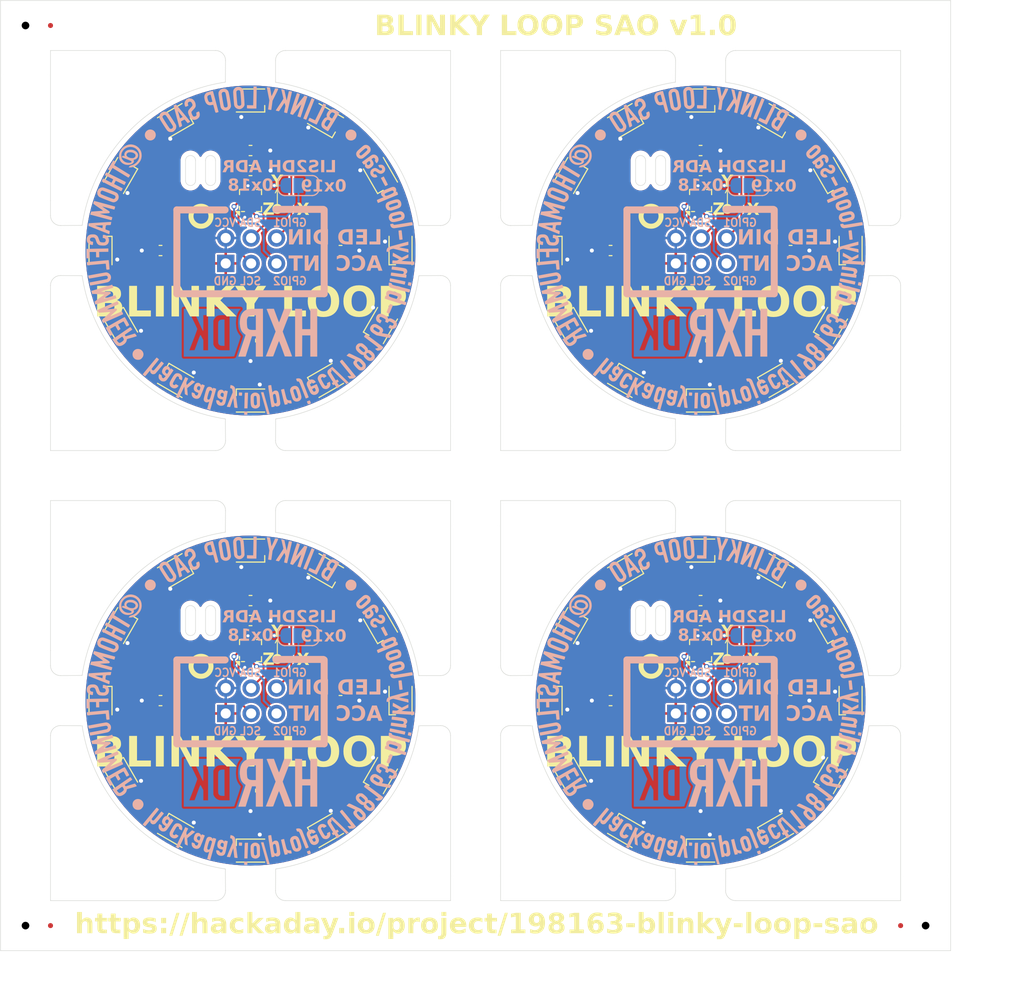
<source format=kicad_pcb>
(kicad_pcb (version 20240819) (generator "pcbnew") (generator_version "8.99")
  (title_block (title "Blinky Loop SAO (2x2 Panel)") (date "2024-09-29") (rev "1.0") (company "HXR.DK") (comment 1 "CC-BY-SA"))
  (layers (0 "F.Cu" signal) (2 "B.Cu" signal) (13 "F.Paste" user) (15 "B.Paste" user) (5 "F.SilkS" user "F.Silkscreen") (7 "B.SilkS" user "B.Silkscreen") (1 "F.Mask" user) (3 "B.Mask" user) (25 "Edge.Cuts" user))
  (net 0 "")
  (net 1 "GND")
  (net 2 "VCC")
  (net 3 "LED_CONTROL")
  (net 4 "Net-(D1-DOUT)")
  (net 5 "Net-(D2-DOUT)")
  (net 6 "Net-(D3-DOUT)")
  (net 7 "Net-(D4-DOUT)")
  (net 8 "Net-(D5-DOUT)")
  (net 9 "Net-(D6-DOUT)")
  (net 10 "Net-(D7-DOUT)")
  (net 11 "Net-(D8-DOUT)")
  (net 12 "Net-(D10-DIN)")
  (net 13 "Net-(D10-DOUT)")
  (net 14 "Net-(D11-DOUT)")
  (net 15 "/12 WS2812/DOUT")
  (net 16 "SCL")
  (net 17 "ACC_INT")
  (net 18 "SDA")
  (net 19 "/LIS2DH/INT2")
  (net 20 "Net-(JP1-C)")
  (footprint "Mechanical:MouseBiteHole" (layer "F.Cu") (at 73.5 102.5)
    (property "Reference" "REF**" (hide yes))
    (property "Value" "MouseBiteHole" (hide yes))
  )
  (footprint "Mechanical:MouseBiteHole" (layer "F.Cu") (at 97 137.5)
    (property "Reference" "REF**" (hide yes))
    (property "Value" "MouseBiteHole" (hide yes))
  )
  (footprint "LED_SMD:LED_WS2812B-2020_PLCC4_2.0x2.0mm" (layer "F.Cu") (at 90 75 90)
    (property "Reference" "D3")
    (property "Value" "WS2812B-2020" (hide yes))
  )
  (footprint "Mechanical:MouseBiteHole" (layer "F.Cu") (at 98 92.5)
    (property "Reference" "REF**" (hide yes))
    (property "Value" "MouseBiteHole" (hide yes))
  )
  (footprint "Mechanical:MouseBiteHole" (layer "F.Cu") (at 53.5 137.5)
    (property "Reference" "REF**" (hide yes))
    (property "Value" "MouseBiteHole" (hide yes))
  )
  (footprint "Mechanical:MouseBiteHole" (layer "F.Cu") (at 120 102.5)
    (property "Reference" "REF**" (hide yes))
    (property "Value" "MouseBiteHole" (hide yes))
  )
  (footprint "Mechanical:MouseBiteHole" (layer "F.Cu") (at 52.5 92.5)
    (property "Reference" "REF**" (hide yes))
    (property "Value" "MouseBiteHole" (hide yes))
  )
  (footprint "Capacitor_SMD:C_0603_1608Metric" (layer "F.Cu") (at 75 129 90)
    (property "Reference" "C4")
    (property "Value" "100nF")
  )
  (footprint "Mechanical:MouseBiteHole" (layer "F.Cu") (at 92.5 73 -90)
    (property "Reference" "REF**" (hide yes))
    (property "Value" "MouseBiteHole" (hide yes))
  )
  (footprint "Mechanical:MouseBiteHole" (layer "F.Cu") (at 54 57.5)
    (property "Reference" "REF**" (hide yes))
    (property "Value" "MouseBiteHole" (hide yes))
  )
  (footprint "Mechanical:MouseBiteHole" (layer "F.Cu") (at 57.5 121.5 90)
    (property "Reference" "REF**" (hide yes))
    (property "Value" "MouseBiteHole" (hide yes))
  )
  (footprint "Mechanical:MouseBiteHole" (layer "F.Cu") (at 102.5 76.5 90)
    (property "Reference" "REF**" (hide yes))
    (property "Value" "MouseBiteHole" (hide yes))
  )
  (footprint "Mechanical:MouseBiteHole" (layer "F.Cu") (at 119 57.5)
    (property "Reference" "REF**" (hide yes))
    (property "Value" "MouseBiteHole" (hide yes))
  )
  (footprint "Mechanical:MouseBiteHole" (layer "F.Cu") (at 102.5 119 90)
    (property "Reference" "REF**" (hide yes))
    (property "Value" "MouseBiteHole" (hide yes))
  )
  (footprint "Mechanical:MouseBiteHole" (layer "F.Cu") (at 92.5 73.5 -90)
    (property "Reference" "REF**" (hide yes))
    (property "Value" "MouseBiteHole" (hide yes))
  )
  (footprint "Mechanical:MouseBiteHole" (layer "F.Cu") (at 76 102.5)
    (property "Reference" "REF**" (hide yes))
    (property "Value" "MouseBiteHole" (hide yes))
  )
  (footprint "Mechanical:MouseBiteHole" (layer "F.Cu") (at 142.5 102.5)
    (property "Reference" "REF**" (hide yes))
    (property "Value" "MouseBiteHole" (hide yes))
  )
  (footprint "Mechanical:MouseBiteHole" (layer "F.Cu") (at 51 137.5)
    (property "Reference" "REF**" (hide yes))
    (property "Value" "MouseBiteHole" (hide yes))
  )
  (footprint "Mechanical:MouseBiteHole" (layer "F.Cu") (at 76.5 92.5 180)
    (property "Reference" "REF**" (hide yes))
    (property "Value" "MouseBiteHole" (hide yes))
  )
  (footprint "Capacitor_SMD:C_0603_1608Metric" (layer "F.Cu") (at 75 65 180)
    (property "Reference" "C1")
    (property "Value" "10uF")
  )
  (footprint "Mechanical:MouseBiteHole" (layer "F.Cu") (at 96 102.5)
    (property "Reference" "REF**" (hide yes))
    (property "Value" "MouseBiteHole" (hide yes))
  )
  (footprint "Mechanical:MouseBiteHole" (layer "F.Cu") (at 57.499998 75.5 90)
    (property "Reference" "REF**" (hide yes))
    (property "Value" "MouseBiteHole" (hide yes))
  )
  (footprint "LED_SMD:LED_WS2812B-2020_PLCC4_2.0x2.0mm" (layer "F.Cu") (at 107.01 112.5 -120)
    (property "Reference" "D10")
    (property "Value" "WS2812B-2020" (hide yes))
  )
  (footprint "Mechanical:MouseBiteHole" (layer "F.Cu") (at 102.5 120 90)
    (property "Reference" "REF**" (hide yes))
    (property "Value" "MouseBiteHole" (hide yes))
  )
  (footprint "Mechanical:MouseBiteHole" (layer "F.Cu") (at 143.5 92.5)
    (property "Reference" "REF**" (hide yes))
    (property "Value" "MouseBiteHole" (hide yes))
  )
  (footprint "Mechanical:MouseBiteHole" (layer "F.Cu") (at 96.5 57.5)
    (property "Reference" "REF**" (hide yes))
    (property "Value" "MouseBiteHole" (hide yes))
  )
  (footprint "Mechanical:MouseBiteHole" (layer "F.Cu") (at 97.5 57.5)
    (property "Reference" "REF**" (hide yes))
    (property "Value" "MouseBiteHole" (hide yes))
  )
  (footprint "Mechanical:MouseBiteHole" (layer "F.Cu") (at 51.5 57.5)
    (property "Reference" "REF**" (hide yes))
    (property "Value" "MouseBiteHole" (hide yes))
  )
  (footprint "Mechanical:MouseBiteHole" (layer "F.Cu") (at 98 102.5)
    (property "Reference" "REF**" (hide yes))
    (property "Value" "MouseBiteHole" (hide yes))
  )
  (footprint "Mechanical:MouseBiteHole" (layer "F.Cu") (at 96.5 92.5)
    (property "Reference" "REF**" (hide yes))
    (property "Value" "MouseBiteHole" (hide yes))
  )
  (footprint "Mechanical:MouseBiteHole" (layer "F.Cu") (at 97.5 92.5)
    (property "Reference" "REF**" (hide yes))
    (property "Value" "MouseBiteHole" (hide yes))
  )
  (footprint "Mechanical:MouseBiteHole" (layer "F.Cu") (at 120 92.5 180)
    (property "Reference" "REF**" (hide yes))
    (property "Value" "MouseBiteHole" (hide yes))
  )
  (footprint "Capacitor_SMD:C_0603_1608Metric" (layer "F.Cu") (at 120 129 90)
    (property "Reference" "C4")
    (property "Value" "100nF")
  )
  (footprint "Mechanical:MouseBiteHole" (layer "F.Cu") (at 97.5 102.5)
    (property "Reference" "REF**" (hide yes))
    (property "Value" "MouseBiteHole" (hide yes))
  )
  (footprint "Mechanical:MouseBiteHole" (layer "F.Cu") (at 102.5 121 90)
    (property "Reference" "REF**" (hide yes))
    (property "Value" "MouseBiteHole" (hide yes))
  )
  (footprint "LED_SMD:LED_WS2812B-2020_PLCC4_2.0x2.0mm" (layer "F.Cu") (at 112.5 132.99 -30)
    (property "Reference" "D7")
    (property "Value" "WS2812B-2020" (hide yes))
  )
  (footprint "Mechanical:MouseBiteHole" (layer "F.Cu") (at 53 102.5)
    (property "Reference" "REF**" (hide yes))
    (property "Value" "MouseBiteHole" (hide yes))
  )
  (footprint "Mechanical:MouseBiteHole" (layer "F.Cu") (at 137.5 120 -90)
    (property "Reference" "REF**" (hide yes))
    (property "Value" "MouseBiteHole" (hide yes))
  )
  (footprint "Mechanical:MouseBiteHole" (layer "F.Cu") (at 99.5 102.5)
    (property "Reference" "REF**" (hide yes))
    (property "Value" "MouseBiteHole" (hide yes))
  )
  (footprint "Mechanical:MouseBiteHole" (layer "F.Cu") (at 141.5 102.5)
    (property "Reference" "REF**" (hide yes))
    (property "Value" "MouseBiteHole" (hide yes))
  )
  (footprint "Mechanical:MouseBiteHole" (layer "F.Cu") (at 137.5 77 -90)
    (property "Reference" "REF**" (hide yes))
    (property "Value" "MouseBiteHole" (hide yes))
  )
  (footprint "Mechanical:MouseBiteHole" (layer "F.Cu") (at 52.5 137.5)
    (property "Reference" "REF**" (hide yes))
    (property "Value" "MouseBiteHole" (hide yes))
  )
  (footprint "Mechanical:MouseBiteHole" (layer "F.Cu") (at 137.500002 75.5 -90)
    (property "Reference" "REF**" (hide yes))
    (property "Value" "MouseBiteHole" (hide yes))
  )
  (footprint "LED_SMD:LED_WS2812B-2020_PLCC4_2.0x2.0mm" (layer "F.Cu") (at 120 135)
    (property "Reference" "D6")
    (property "Value" "WS2812B-2020" (hide yes))
  )
  (footprint "Capacitor_SMD:C_0603_1608Metric" (layer "F.Cu") (at 75 110 180)
    (property "Reference" "C1")
    (property "Value" "10uF")
  )
  (footprint "Mechanical:MouseBiteHole" (layer "F.Cu") (at 118.5 102.5)
    (property "Reference" "REF**" (hide yes))
    (property "Value" "MouseBiteHole" (hide yes))
  )
  (footprint "Mechanical:MouseBiteHole" (layer "F.Cu") (at 144 102.5)
    (property "Reference" "REF**" (hide yes))
    (property "Value" "MouseBiteHole" (hide yes))
  )
  (footprint "Mechanical:MouseBiteHole" (layer "F.Cu") (at 77 102.5)
    (property "Reference" "REF**" (hide yes))
    (property "Value" "MouseBiteHole" (hide yes))
  )
  (footprint "Mechanical:MouseBiteHole" (layer "F.Cu") (at 140.5 102.5)
    (property "Reference" "REF**" (hide yes))
    (property "Value" "MouseBiteHole" (hide yes))
  )
  (footprint "Mechanical:MouseBiteHole" (layer "F.Cu") (at 102.499998 75.5 90)
    (property "Reference" "REF**" (hide yes))
    (property "Value" "MouseBiteHole" (hide yes))
  )
  (footprint "Mechanical:MouseBiteHole" (layer "F.Cu") (at 75.5 92.500002 180)
    (property "Reference" "REF**" (hide yes))
    (property "Value" "MouseBiteHole" (hide yes))
  )
  (footprint "Mechanical:MouseBiteHole" (layer "F.Cu") (at 76.5 102.5)
    (property "Reference" "REF**" (hide yes))
    (property "Value" "MouseBiteHole" (hide yes))
  )
  (footprint "Mechanical:MouseBiteHole" (layer "F.Cu") (at 118 137.5 180)
    (property "Reference" "REF**" (hide yes))
    (property "Value" "MouseBiteHole" (hide yes))
  )
  (footprint "Mechanical:MouseBiteHole" (layer "F.Cu") (at 140.5 92.5)
    (property "Reference" "REF**" (hide yes))
    (property "Value" "MouseBiteHole" (hide yes))
  )
  (footprint "LED_SMD:LED_WS2812B-2020_PLCC4_2.0x2.0mm" (layer "F.Cu") (at 112.5 62.01 -150)
    (property "Reference" "D11")
    (property "Value" "WS2812B-2020" (hide yes))
  )
  (footprint "LED_SMD:LED_WS2812B-2020_PLCC4_2.0x2.0mm" (layer "F.Cu") (at 75 60 180)
    (property "Reference" "D12")
    (property "Value" "WS2812B-2020" (hide yes))
  )
  (footprint "Mechanical:MouseBiteHole" (layer "F.Cu") (at 142.5 57.5)
    (property "Reference" "REF**" (hide yes))
    (property "Value" "MouseBiteHole" (hide yes))
  )
  (footprint "Mechanical:MouseBiteHole" (layer "F.Cu") (at 75 137.5 180)
    (property "Reference" "REF**" (hide yes))
    (property "Value" "MouseBiteHole" (hide yes))
  )
  (footprint "Mechanical:MouseBiteHole" (layer "F.Cu") (at 97 92.5)
    (property "Reference" "REF**" (hide yes))
    (property "Value" "MouseBiteHole" (hide yes))
  )
  (footprint "LED_SMD:LED_WS2812B-2020_PLCC4_2.0x2.0mm" (layer "F.Cu") (at 62.01 112.5 -120)
    (property "Reference" "D10")
    (property "Value" "WS2812B-2020" (hide yes))
  )
  (footprint "Mechanical:MouseBiteHole" (layer "F.Cu") (at 92.5 121 -90)
    (property "Reference" "REF**" (hide yes))
    (property "Value" "MouseBiteHole" (hide yes))
  )
  (footprint "Mechanical:MouseBiteHole" (layer "F.Cu") (at 122 92.5 180)
    (property "Reference" "REF**" (hide yes))
    (property "Value" "MouseBiteHole" (hide yes))
  )
  (footprint "Mechanical:MouseBiteHole" (layer "F.Cu") (at 75 102.5)
    (property "Reference" "REF**" (hide yes))
    (property "Value" "MouseBiteHole" (hide yes))
  )
  (footprint "LED_SMD:LED_WS2812B-2020_PLCC4_2.0x2.0mm" (layer "F.Cu") (at 87.99 127.5 60)
    (property "Reference" "D4")
    (property "Value" "WS2812B-2020" (hide yes))
  )
  (footprint "Mechanical:JLC-PCBA-Production-Hole" (layer "F.Cu") (at 52.5 142.5)
    (property "Reference" "REF**" (hide yes))
    (property "Value" "JLC-PCBA-Production-Hole" (hide yes))
  )
  (footprint "Mechanical:MouseBiteHole" (layer "F.Cu") (at 92.5 122 -90)
    (property "Reference" "REF**" (hide yes))
    (property "Value" "MouseBiteHole" (hide yes))
  )
  (footprint "Mechanical:MouseBiteHole" (layer "F.Cu") (at 52 102.5)
    (property "Reference" "REF**" (hide yes))
    (property "Value" "MouseBiteHole" (hide yes))
  )
  (footprint "Mechanical:MouseBiteHole" (layer "F.Cu") (at 99 57.5)
    (property "Reference" "REF**" (hide yes))
    (property "Value" "MouseBiteHole" (hide yes))
  )
  (footprint "Mechanical:MouseBiteHole" (layer "F.Cu") (at 54.5 57.5)
    (property "Reference" "REF**" (hide yes))
    (property "Value" "MouseBiteHole" (hide yes))
  )
  (footprint "Mechanical:MouseBiteHole" (layer "F.Cu") (at 92.499998 74.5 -90)
    (property "Reference" "REF**" (hide yes))
    (property "Value" "MouseBiteHole" (hide yes))
  )
  (footprint "LED_SMD:LED_WS2812B-2020_PLCC4_2.0x2.0mm" (layer "F.Cu") (at 75 135)
    (property "Reference" "D6")
    (property "Value" "WS2812B-2020" (hide yes))
  )
  (footprint "Mechanical:MouseBiteHole" (layer "F.Cu") (at 54 137.5)
    (property "Reference" "REF**" (hide yes))
    (property "Value" "MouseBiteHole" (hide yes))
  )
  (footprint "Mechanical:MouseBiteHole" (layer "F.Cu") (at 54.5 102.5)
    (property "Reference" "REF**" (hide yes))
    (property "Value" "MouseBiteHole" (hide yes))
  )
  (footprint "LED_SMD:LED_WS2812B-2020_PLCC4_2.0x2.0mm" (layer "F.Cu") (at 75 105 180)
    (property "Reference" "D12")
    (property "Value" "WS2812B-2020" (hide yes))
  )
  (footprint "Mechanical:MouseBiteHole" (layer "F.Cu") (at 142 137.5)
    (property "Reference" "REF**" (hide yes))
    (property "Value" "MouseBiteHole" (hide yes))
  )
  (footprint "Mechanical:MouseBiteHole" (layer "F.Cu") (at 119.5 92.499998 180)
    (property "Reference" "REF**" (hide yes))
    (property "Value" "MouseBiteHole" (hide yes))
  )
  (footprint "Mechanical:MouseBiteHole" (layer "F.Cu") (at 95.5 137.5)
    (property "Reference" "REF**" (hide yes))
    (property "Value" "MouseBiteHole" (hide yes))
  )
  (footprint "Mechanical:MouseBiteHole" (layer "F.Cu") (at 57.499998 120.5 90)
    (property "Reference" "REF**" (hide yes))
    (property "Value" "MouseBiteHole" (hide yes))
  )
  (footprint "Capacitor_SMD:C_0603_1608Metric" (layer "F.Cu") (at 129 75 180)
    (property "Reference" "C3")
    (property "Value" "100nF")
  )
  (footprint "LED_SMD:LED_WS2812B-2020_PLCC4_2.0x2.0mm" (layer "F.Cu") (at 82.5 107.01 150)
    (property "Reference" "D1")
    (property "Value" "WS2812B-2020" (hide yes))
  )
  (footprint "Mechanical:MouseBiteHole" (layer "F.Cu") (at 137.5 118.5 -90)
    (property "Reference" "REF**" (hide yes))
    (property "Value" "MouseBiteHole" (hide yes))
  )
  (footprint "LED_SMD:LED_WS2812B-2020_PLCC4_2.0x2.0mm" (layer "F.Cu") (at 105 75 -90)
    (property "Reference" "D9")
    (property "Value" "WS2812B-2020" (hide yes))
  )
  (footprint "Mechanical:MouseBiteHole" (layer "F.Cu") (at 137.5 73.5 -90)
    (property "Reference" "REF**" (hide yes))
    (property "Value" "MouseBiteHole" (hide yes))
  )
  (footprint "Mechanical:MouseBiteHole" (layer "F.Cu") (at 95.5 57.5)
    (property "Reference" "REF**" (hide yes))
    (property "Value" "MouseBiteHole" (hide yes))
  )
  (footprint "Mechanical:MouseBiteHole" (layer "F.Cu") (at 98.5 137.5)
    (property "Reference" "REF**" (hide yes))
    (property "Value" "MouseBiteHole" (hide yes))
  )
  (footprint "LED_SMD:LED_WS2812B-2020_PLCC4_2.0x2.0mm" (layer "F.Cu") (at 87.99 67.5 120)
    (property "Reference" "D2")
    (property "Value" "WS2812B-2020" (hide yes))
  )
  (footprint "Mechanical:MouseBiteHole" (layer "F.Cu") (at 57.5 75 90)
    (property "Reference" "REF**" (hide yes))
    (property "Value" "MouseBiteHole" (hide yes))
  )
  (footprint "Mechanical:MouseBiteHole" (layer "F.Cu") (at 102.5 77 90)
    (property "Reference" "REF**" (hide yes))
    (property "Value" "MouseBiteHole" (hide yes))
  )
  (footprint "Mechanical:MouseBiteHole" (layer "F.Cu") (at 137.5 74 -90)
    (property "Reference" "REF**" (hide yes))
    (property "Value" "MouseBiteHole" (hide yes))
  )
  (footprint "Mechanical:MouseBiteHole" (layer "F.Cu") (at 57.5 76.5 90)
    (property "Reference" "REF**" (hide yes))
    (property "Value" "MouseBiteHole" (hide yes))
  )
  (footprint "LED_SMD:LED_WS2812B-2020_PLCC4_2.0x2.0mm" (layer "F.Cu") (at 120 60 180)
    (property "Reference" "D12")
    (property "Value" "WS2812B-2020" (hide yes))
  )
  (footprint "Mechanical:MouseBiteHole" (layer "F.Cu") (at 76 137.5 180)
    (property "Reference" "REF**" (hide yes))
    (property "Value" "MouseBiteHole" (hide yes))
  )
  (footprint "Mechanical:MouseBiteHole" (layer "F.Cu") (at 137.5 76 -90)
    (property "Reference" "REF**" (hide yes))
    (property "Value" "MouseBiteHole" (hide yes))
  )
  (footprint "LED_SMD:LED_WS2812B-2020_PLCC4_2.0x2.0mm" (layer "F.Cu") (at 82.5 62.01 150)
    (property "Reference" "D1")
    (property "Value" "WS2812B-2020" (hide yes))
  )
  (footprint "Mechanical:MouseBiteHole" (layer "F.Cu") (at 52.5 102.5)
    (property "Reference" "REF**" (hide yes))
    (property "Value" "MouseBiteHole" (hide yes))
  )
  (footprint "Mechanical:MouseBiteHole" (layer "F.Cu") (at 92.500002 120.5 -90)
    (property "Reference" "REF**" (hide yes))
    (property "Value" "MouseBiteHole" (hide yes))
  )
  (footprint "Mechanical:MouseBiteHole" (layer "F.Cu") (at 140.5 57.5)
    (property "Reference" "REF**" (hide yes))
    (property "Value" "MouseBiteHole" (hide yes))
  )
  (footprint "Mechanical:MouseBiteHole" (layer "F.Cu") (at 99.5 92.5)
    (property "Reference" "REF**" (hide yes))
    (property "Value" "MouseBiteHole" (hide yes))
  )
  (footprint "Mechanical:MouseBiteHole" (layer "F.Cu") (at 95.5 102.5)
    (property "Reference" "REF**" (hide yes))
    (property "Value" "MouseBiteHole" (hide yes))
  )
  (footprint "Mechanical:MouseBiteHole" (layer "F.Cu") (at 57.5 120 90)
    (property "Reference" "REF**" (hide yes))
    (property "Value" "MouseBiteHole" (hide yes))
  )
  (footprint "Mechanical:MouseBiteHole" (layer "F.Cu") (at 121 92.5 180)
    (property "Reference" "REF**" (hide yes))
    (property "Value" "MouseBiteHole" (hide yes))
  )
  (footprint "Mechanical:MouseBiteHole" (layer "F.Cu") (at 74.5 92.499998 180)
    (property "Reference" "REF**" (hide yes))
    (property "Value" "MouseBiteHole" (hide yes))
  )
  (footprint "Capacitor_SMD:C_0603_1608Metric" (layer "F.Cu") (at 75 112 180)
    (property "Reference" "C2")
    (property "Value" "100nF")
  )
  (footprint "Mechanical:MouseBiteHole" (layer "F.Cu") (at 140.5 137.5)
    (property "Reference" "REF**" (hide yes))
    (property "Value" "MouseBiteHole" (hide yes))
  )
  (footprint "LED_SMD:LED_WS2812B-2020_PLCC4_2.0x2.0mm" (layer "F.Cu") (at 82.5 87.99 30)
    (property "Reference" "D5")
    (property "Value" "WS2812B-2020" (hide yes))
  )
  (footprint "Mechanical:MouseBiteHole" (layer "F.Cu") (at 102.5 122 90)
    (property "Reference" "REF**" (hide yes))
    (property "Value" "MouseBiteHole" (hide yes))
  )
  (footprint "Mechanical:MouseBiteHole" (layer "F.Cu") (at 51 92.5)
    (property "Reference" "REF**" (hide yes))
    (property "Value" "MouseBiteHole" (hide yes))
  )
  (footprint "LED_SMD:LED_WS2812B-2020_PLCC4_2.0x2.0mm" (layer "F.Cu") (at 90 120 90)
    (property "Reference" "D3")
    (property "Value" "WS2812B-2020" (hide yes))
  )
  (footprint "Mechanical:MouseBiteHole" (layer "F.Cu") (at 120.5 57.5)
    (property "Reference" "REF**" (hide yes))
    (property "Value" "MouseBiteHole" (hide yes))
  )
  (footprint "Mechanical:MouseBiteHole" (layer "F.Cu") (at 102.500002 119.5 90)
    (property "Reference" "REF**" (hide yes))
    (property "Value" "MouseBiteHole" (hide yes))
  )
  (footprint "Mechanical:MouseBiteHole" (layer "F.Cu") (at 51 102.5)
    (property "Reference" "REF**" (hide yes))
    (property "Value" "MouseBiteHole" (hide yes))
  )
  (footprint "Mechanical:MouseBiteHole" (layer "F.Cu") (at 99.5 137.5)
    (property "Reference" "REF**" (hide yes))
    (property "Value" "MouseBiteHole" (hide yes))
  )
  (footprint "Mechanical:MouseBiteHole" (layer "F.Cu") (at 95.5 92.5)
    (property "Reference" "REF**" (hide yes))
    (property "Value" "MouseBiteHole" (hide yes))
  )
  (footprint "Mechanical:MouseBiteHole" (layer "F.Cu") (at 122 57.5)
    (property "Reference" "REF**" (hide yes))
    (property "Value" "MouseBiteHole" (hide yes))
  )
  (footprint "Mechanical:MouseBiteHole" (layer "F.Cu") (at 77 57.5)
    (property "Reference" "REF**" (hide yes))
    (property "Value" "MouseBiteHole" (hide yes))
  )
  (footprint "Mechanical:MouseBiteHole" (layer "F.Cu") (at 51.5 102.5)
    (property "Reference" "REF**" (hide yes))
    (property "Value" "MouseBiteHole" (hide yes))
  )
  (footprint "Mechanical:MouseBiteHole" (layer "F.Cu") (at 99.5 57.5)
    (property "Reference" "REF**" (hide yes))
    (property "Value" "MouseBiteHole" (hide yes))
  )
  (footprint "Mechanical:MouseBiteHole" (layer "F.Cu") (at 52.5 57.5)
    (property "Reference" "REF**" (hide yes))
    (property "Value" "MouseBiteHole" (hide yes))
  )
  (footprint "Mechanical:MouseBiteHole" (layer "F.Cu") (at 92.5 75 -90)
    (property "Reference" "REF**" (hide yes))
    (property "Value" "MouseBiteHole" (hide yes))
  )
  (footprint "Capacitor_SMD:C_0603_1608Metric" (layer "F.Cu") (at 75 67 180)
    (property "Reference" "C2")
    (property "Value" "100nF")
  )
  (footprint "Mechanical:MouseBiteHole" (layer "F.Cu") (at 52 57.5)
    (property "Reference" "REF**" (hide yes))
    (property "Value" "MouseBiteHole" (hide yes))
  )
  (footprint "Mechanical:MouseBiteHole" (layer "F.Cu") (at 92.5 76 -90)
    (property "Reference" "REF**" (hide yes))
    (property "Value" "MouseBiteHole" (hide yes))
  )
  (footprint "Mechanical:MouseBiteHole" (layer "F.Cu") (at 97.5 137.5)
    (property "Reference" "REF**" (hide yes))
    (property "Value" "MouseBiteHole" (hide yes))
  )
  (footprint "Mechanical:MouseBiteHole" (layer "F.Cu") (at 143.5 102.5)
    (property "Reference" "REF**" (hide yes))
    (property "Value" "MouseBiteHole" (hide yes))
  )
  (footprint "Mechanical:MouseBiteHole" (layer "F.Cu") (at 96 92.5)
    (property "Reference" "REF**" (hide yes))
    (property "Value" "MouseBiteHole" (hide yes))
  )
  (footprint "Mechanical:MouseBiteHole" (layer "F.Cu") (at 120.5 92.500002 180)
    (property "Reference" "REF**" (hide yes))
    (property "Value" "MouseBiteHole" (hide yes))
  )
  (footprint "badgelife_sao_v169bis:Badgelife-SAOv169-SAO-2x3" (layer "F.Cu") (at 75 75)
    (property "Reference" "X1" (hide yes))
    (property "Value" "Badgelife_sao_connector_v169bis" (hide yes))
  )
  (footprint "LED_SMD:LED_WS2812B-2020_PLCC4_2.0x2.0mm" (layer "F.Cu") (at 120 105 180)
    (property "Reference" "D12")
    (property "Value" "WS2812B-2020" (hide yes))
  )
  (footprint "Mechanical:MouseBiteHole" (layer "F.Cu") (at 57.5 76 90)
    (property "Reference" "REF**" (hide yes))
    (property "Value" "MouseBiteHole" (hide yes))
  )
  (footprint "Mechanical:MouseBiteHole" (layer "F.Cu") (at 122 137.5 180)
    (property "Reference" "REF**" (hide yes))
    (property "Value" "MouseBiteHole" (hide yes))
  )
  (footprint "LED_SMD:LED_WS2812B-2020_PLCC4_2.0x2.0mm" (layer "F.Cu") (at 67.5 62.01 -150)
    (property "Reference" "D11")
    (property "Value" "WS2812B-2020" (hide yes))
  )
  (footprint "Mechanical:MouseBiteHole" (layer "F.Cu") (at 57.5 118.5 90)
    (property "Reference" "REF**" (hide yes))
    (property "Value" "MouseBiteHole" (hide yes))
  )
  (footprint "Mechanical:MouseBiteHole" (layer "F.Cu") (at 102.499998 120.5 90)
    (property "Reference" "REF**" (hide yes))
    (property "Value" "MouseBiteHole" (hide yes))
  )
  (footprint "Capacitor_SMD:C_0603_1608Metric" (layer "F.Cu") (at 84 120 180)
    (property "Reference" "C3")
    (property "Value" "100nF")
  )
  (footprint "LED_SMD:LED_WS2812B-2020_PLCC4_2.0x2.0mm" (layer "F.Cu") (at 127.5 107.01 150)
    (property "Reference" "D1")
    (property "Value" "WS2812B-2020" (hide yes))
  )
  (footprint "Mechanical:MouseBiteHole" (layer "F.Cu") (at 142.5 137.5)
    (property "Reference" "REF**" (hide yes))
    (property "Value" "MouseBiteHole" (hide yes))
  )
  (footprint "Mechanical:MouseBiteHole" (layer "F.Cu") (at 141 102.5)
    (property "Reference" "REF**" (hide yes))
    (property "Value" "MouseBiteHole" (hide yes))
  )
  (footprint "Mechanical:MouseBiteHole" (layer "F.Cu") (at 73.5 137.5 180)
    (property "Reference" "REF**" (hide yes))
    (property "Value" "MouseBiteHole" (hide yes))
  )
  (footprint "Mechanical:MouseBiteHole" (layer "F.Cu") (at 92.5 118 -90)
    (property "Reference" "REF**" (hide yes))
    (property "Value" "MouseBiteHole" (hide yes))
  )
  (footprint "Mechanical:MouseBiteHole" (layer "F.Cu") (at 119.5 137.499998 180)
    (property "Reference" "REF**" (hide yes))
    (property "Value" "MouseBiteHole" (hide yes))
  )
  (footprint "Mechanical:MouseBiteHole" (layer "F.Cu") (at 57.5 118 90)
    (property "Reference" "REF**" (hide yes))
    (property "Value" "MouseBiteHole" (hide yes))
  )
  (footprint "Mechanical:MouseBiteHole" (layer "F.Cu") (at 92.499998 119.5 -90)
    (property "Reference" "REF**" (hide yes))
    (property "Value" "MouseBiteHole" (hide yes))
  )
  (footprint "Mechanical:MouseBiteHole" (layer "F.Cu") (at 118.5 92.5 180)
    (property "Reference" "REF**" (hide yes))
    (property "Value" "MouseBiteHole" (hide yes))
  )
  (footprint "Mechanical:MouseBiteHole" (layer "F.Cu") (at 53 137.5)
    (property "Reference" "REF**" (hide yes))
    (property "Value" "MouseBiteHole" (hide yes))
  )
  (footprint "Mechanical:MouseBiteHole" (layer "F.Cu") (at 74.5 137.499998 180)
    (property "Reference" "REF**" (hide yes))
    (property "Value" "MouseBiteHole" (hide yes))
  )
  (footprint "LED_SMD:LED_WS2812B-2020_PLCC4_2.0x2.0mm" (layer "F.Cu") (at 132.99 112.5 120)
    (property "Reference" "D2")
    (property "Value" "WS2812B-2020" (hide yes))
  )
  (footprint "Mechanical:MouseBiteHole" (layer "F.Cu") (at 144.5 57.5)
    (property "Reference" "REF**" (hide yes))
    (property "Value" "MouseBiteHole" (hide yes))
  )
  (footprint "Mechanical:MouseBiteHole" (layer "F.Cu") (at 141.5 57.5)
    (property "Reference" "REF**" (hide yes))
    (property "Value" "MouseBiteHole" (hide yes))
  )
  (footprint "Mechanical:MouseBiteHole" (layer "F.Cu") (at 76 92.5 180)
    (property "Reference" "REF**" (hide yes))
    (property "Value" "MouseBiteHole" (hide yes))
  )
  (footprint "Mechanical:MouseBiteHole" (layer "F.Cu") (at 92.5 120 -90)
    (property "Reference" "REF**" (hide yes))
    (property "Value" "MouseBiteHole" (hide yes))
  )
  (footprint "Mechanical:MouseBiteHole" (layer "F.Cu") (at 76.5 137.5 180)
    (property "Reference" "REF**" (hide yes))
    (property "Value" "MouseBiteHole" (hide yes))
  )
  (footprint "Mechanical:MouseBiteHole" (layer "F.Cu") (at 57.5 73 90)
    (property "Reference" "REF**" (hide yes))
    (property "Value" "MouseBiteHole" (hide yes))
  )
  (footprint "Mechanical:MouseBiteHole" (layer "F.Cu") (at 52 137.5)
    (property "Reference" "REF**" (hide yes))
    (property "Value" "MouseBiteHole" (hide yes))
  )
  (footprint "Capacitor_SMD:C_0603_1608Metric" (layer "F.Cu") (at 120 65 180)
    (property "Reference" "C1")
    (property "Value" "10uF")
  )
  (footprint "Mechanical:MouseBiteHole" (layer "F.Cu") (at 137.5 118 -90)
    (property "Reference" "REF**" (hide yes))
    (property "Value" "MouseBiteHole" (hide yes))
  )
  (footprint "Mechanical:MouseBiteHole" (layer "F.Cu") (at 57.500002 74.5 90)
    (property "Reference" "REF**" (hide yes))
    (property "Value" "MouseBiteHole" (hide yes))
  )
  (footprint "Mechanical:MouseBiteHole" (layer "F.Cu") (at 137.499998 74.5 -90)
    (property "Reference" "REF**" (hide yes))
    (property "Value" "MouseBiteHole" (hide yes))
  )
  (footprint "Mechanical:MouseBiteHole" (layer "F.Cu") (at 92.5 76.5 -90)
    (property "Reference" "REF**" (hide yes))
    (property "Value" "MouseBiteHole" (hide yes))
  )
  (footprint "Mechanical:MouseBiteHole" (layer "F.Cu") (at 76 57.5)
    (property "Reference" "REF**" (hide yes))
    (property "Value" "MouseBiteHole" (hide yes))
  )
  (footprint "Capacitor_SMD:C_0603_1608Metric" (layer "F.Cu") (at 120 84 90)
    (property "Reference" "C4")
    (property "Value" "100nF")
  )
  (footprint "LED_SMD:LED_WS2812B-2020_PLCC4_2.0x2.0mm" (layer "F.Cu") (at 135 120 90)
    (property "Reference" "D3")
    (property "Value" "WS2812B-2020" (hide yes))
  )
  (footprint "LED_SMD:LED_WS2812B-2020_PLCC4_2.0x2.0mm" (layer "F.Cu") (at 107.01 67.5 -120)
    (property "Reference" "D10")
    (property "Value" "WS2812B-2020" (hide yes))
  )
  (footprint "Mechanical:MouseBiteHole" (layer "F.Cu") (at 99 102.5)
    (property "Reference" "REF**" (hide yes))
    (property "Value" "MouseBiteHole" (hide yes))
  )
  (footprint "Mechanical:MouseBiteHole" (layer "F.Cu") (at 144.5 137.5)
    (property "Reference" "REF**" (hide yes))
    (property "Value" "MouseBiteHole" (hide yes))
  )
  (footprint "Mechanical:MouseBiteHole" (layer "F.Cu") (at 137.499998 119.5 -90)
    (property "Reference" "REF**" (hide yes))
    (property "Value" "MouseBiteHole" (hide yes))
  )
  (footprint "Package_LGA:LGA-12_2x2mm_P0.5mm" (layer "F.Cu") (at 75 70 90)
    (property "Reference" "U1")
    (property "Value" "LIS2Dx12")
  )
  (footprint "LED_SMD:LED_WS2812B-2020_PLCC4_2.0x2.0mm" (layer "F.Cu") (at 120 90)
    (property "Reference" "D6")
    (property "Value" "WS2812B-2020" (hide yes))
  )
  (footprint "LED_SMD:LED_WS2812B-2020_PLCC4_2.0x2.0mm" (layer "F.Cu") (at 107.01 82.5 -60)
    (property "Reference" "D8")
    (property "Value" "WS2812B-2020" (hide yes))
  )
  (footprint "Mechanical:MouseBiteHole" (layer "F.Cu") (at 143.5 57.5)
    (property "Reference" "REF**" (hide yes))
    (property "Value" "MouseBiteHole" (hide yes))
  )
  (footprint "Mechanical:MouseBiteHole" (layer "F.Cu") (at 98.5 102.5)
    (property "Reference" "REF**" (hide yes))
    (property "Value" "MouseBiteHole" (hide yes))
  )
  (footprint "Fiducial:Fiducial_0.5mm_Mask1.5mm" (layer "F.Cu") (at 140 142.5)
    (property "Reference" "REF**" (hide yes))
    (property "Value" "Fiducial_0.5mm_Mask1.5mm" (hide yes))
  )
  (footprint "Mechanical:MouseBiteHole" (layer "F.Cu") (at 75 57.5)
    (property "Reference" "REF**" (hide yes))
    (property "Value" "MouseBiteHole" (hide yes))
  )
  (footprint "Mechanical:JLC-PCBA-Production-Hole" (layer "F.Cu") (at 142.5 142.5)
    (property "Reference" "REF**" (hide yes))
    (property "Value" "JLC-PCBA-Production-Hole" (hide yes))
  )
  (footprint "Mechanical:MouseBiteHole" (layer "F.Cu") (at 102.5 73 90)
    (property "Reference" "REF**" (hide yes))
    (property "Value" "MouseBiteHole" (hide yes))
  )
  (footprint "LED_SMD:LED_WS2812B-2020_PLCC4_2.0x2.0mm" (layer "F.Cu") (at 67.5 132.99 -30)
    (property "Reference" "D7")
    (property "Value" "WS2812B-2020" (hide yes))
  )
  (footprint "Mechanical:MouseBiteHole" (layer "F.Cu") (at 102.5 121.5 90)
    (property "Reference" "REF**" (hide yes))
    (property "Value" "MouseBiteHole" (hide yes))
  )
  (footprint "Mechanical:MouseBiteHole" (layer "F.Cu") (at 141 92.5)
    (property "Reference" "REF**" (hide yes))
    (property "Value" "MouseBiteHole" (hide yes))
  )
  (footprint "LED_SMD:LED_WS2812B-2020_PLCC4_2.0x2.0mm" (layer "F.Cu") (at 112.5 107.01 -150)
    (property "Reference" "D11")
    (property "Value" "WS2812B-2020" (hide yes))
  )
  (footprint "Capacitor_SMD:C_0603_1608Metric" (layer "F.Cu") (at 84 75 180)
    (property "Reference" "C3")
    (property "Value" "100nF")
  )
  (footprint "LED_SMD:LED_WS2812B-2020_PLCC4_2.0x2.0mm" (layer "F.Cu") (at 127.5 132.99 30)
    (property "Reference" "D5")
    (property "Value" "WS2812B-2020" (hide yes))
  )
  (footprint "Mechanical:MouseBiteHole" (layer "F.Cu") (at 73 102.5)
    (property "Reference" "REF**" (hide yes))
    (property "Value" "MouseBiteHole" (hide yes))
  )
  (footprint "Mechanical:MouseBiteHole" (layer "F.Cu") (at 121.5 57.5)
    (property "Reference" "REF**" (hide yes))
    (property "Value" "MouseBiteHole" (hide yes))
  )
  (footprint "Mechanical:MouseBiteHole" (layer "F.Cu") (at 92.5 121.5 -90)
    (property "Reference" "REF**" (hide yes))
    (property "Value" "MouseBiteHole" (hide yes))
  )
  (footprint "badgelife_sao_v169bis:Badgelife-SAOv169-SAO-2x3" (layer "F.Cu") (at 120 75)
    (property "Reference" "X1" (hide yes))
    (property "Value" "Badgelife_sao_connector_v169bis" (hide yes))
  )
  (footprint "Mechanical:MouseBiteHole" (layer "F.Cu") (at 53 92.5)
    (property "Reference" "REF**" (hide yes))
    (property "Value" "MouseBiteHole" (hide yes))
  )
  (footprint "Capacitor_SMD:C_0603_1608Metric" (layer "F.Cu") (at 120 112 180)
    (property "Reference" "C2")
    (property "Value" "100nF")
  )
  (footprint "Mechanical:MouseBiteHole" (layer "F.Cu") (at 51.5 92.5)
    (property "Reference" "REF**" (hide yes))
    (property "Value" "MouseBiteHole" (hide yes))
  )
  (footprint "Mechanical:MouseBiteHole" (layer "F.Cu") (at 118 102.5)
    (property "Reference" "REF**" (hide yes))
    (property "Value" "MouseBiteHole" (hide yes))
  )
  (footprint "Mechanical:MouseBiteHole" (layer "F.Cu") (at 92.5 118.5 -90)
    (property "Reference" "REF**" (hide yes))
    (property "Value" "MouseBiteHole" (hide yes))
  )
  (footprint "Mechanical:MouseBiteHole" (layer "F.Cu") (at 118.5 57.5)
    (property "Reference" "REF**" (hide yes))
    (property "Value" "MouseBiteHole" (hide yes))
  )
  (footprint "Mechanical:MouseBiteHole" (layer "F.Cu") (at 50.5 57.5)
    (property "Reference" "REF**" (hide yes))
    (property "Value" "MouseBiteHole" (hide yes))
  )
  (footprint "Mechanical:MouseBiteHole" (layer "F.Cu") (at 53 57.5)
    (property "Reference" "REF**" (hide yes))
    (property "Value" "MouseBiteHole" (hide yes))
  )
  (footprint "Mechanical:MouseBiteHole" (layer "F.Cu") (at 75.5 137.500002 180)
    (property "Reference" "REF**" (hide yes))
    (property "Value" "MouseBiteHole" (hide yes))
  )
  (footprint "Mechanical:MouseBiteHole" (layer "F.Cu") (at 119.5 102.5)
    (property "Reference" "REF**" (hide yes))
    (property "Value" "MouseBiteHole" (hide yes))
  )
  (footprint "Mechanical:MouseBiteHole" (layer "F.Cu") (at 50.5 102.5)
    (property "Reference" "REF**" (hide yes))
    (property "Value" "MouseBiteHole" (hide yes))
  )
  (footprint "Mechanical:MouseBiteHole" (layer "F.Cu") (at 96 57.5)
    (property "Reference" "REF**" (hide yes))
    (property "Value" "MouseBiteHole" (hide yes))
  )
  (footprint "Mechanical:MouseBiteHole" (layer "F.Cu") (at 97 102.5)
    (property "Reference" "REF**" (hide yes))
    (property "Value" "MouseBiteHole" (hide yes))
  )
  (footprint "Mechanical:MouseBiteHole" (layer "F.Cu") (at 142 102.5)
    (property "Reference" "REF**" (hide yes))
    (property "Value" "MouseBiteHole" (hide yes))
  )
  (footprint "Mechanical:MouseBiteHole" (layer "F.Cu") (at 92.5 119 -90)
    (property "Reference" "REF**" (hide yes))
    (property "Value" "MouseBiteHole" (hide yes))
  )
  (footprint "LED_SMD:LED_WS2812B-2020_PLCC4_2.0x2.0mm" (layer "F.Cu") (at 87.99 82.5 60)
    (property "Reference" "D4")
    (property "Value" "WS2812B-2020" (hide yes))
  )
  (footprint "LED_SMD:LED_WS2812B-2020_PLCC4_2.0x2.0mm" (layer "F.Cu") (at 62.01 67.5 -120)
    (property "Reference" "D10")
    (property "Value" "WS2812B-2020" (hide yes))
  )
  (footprint "Mechanical:MouseBiteHole" (layer "F.Cu") (at 99 92.5)
    (property "Reference" "REF**" (hide yes))
    (property "Value" "MouseBiteHole" (hide yes))
  )
  (footprint "Capacitor_SMD:C_0603_1608Metric" (layer "F.Cu") (at 120 67 180)
    (property "Reference" "C2")
    (property "Value" "100nF")
  )
  (footprint "Mechanical:MouseBiteHole" (layer "F.Cu") (at 98.5 92.5)
    (property "Reference" "REF**" (hide yes))
    (property "Value" "MouseBiteHole" (hide yes))
  )
  (footprint "Capacitor_SMD:C_0603_1608Metric" (layer "F.Cu") (at 111 75)
    (property "Reference" "C5")
    (property "Value" "100nF")
  )
  (footprint "LED_SMD:LED_WS2812B-2020_PLCC4_2.0x2.0mm" (layer "F.Cu") (at 67.5 107.01 -150)
    (property "Reference" "D11")
    (property "Value" "WS2812B-2020" (hide yes))
  )
  (footprint "Mechanical:MouseBiteHole" (layer "F.Cu") (at 121 102.5)
    (property "Reference" "REF**" (hide yes))
    (property "Value" "MouseBiteHole" (hide yes))
  )
  (footprint "Mechanical:MouseBiteHole" (layer "F.Cu") (at 98 137.5)
    (property "Reference" "REF**" (hide yes))
    (property "Value" "MouseBiteHole" (hide yes))
  )
  (footprint "LED_SMD:LED_WS2812B-2020_PLCC4_2.0x2.0mm" (layer "F.Cu") (at 112.5 87.99 -30)
    (property "Reference" "D7")
    (property "Value" "WS2812B-2020" (hide yes))
  )
  (footprint "Mechanical:MouseBiteHole" (layer "F.Cu") (at 57.5 74 90)
    (property "Reference" "REF**" (hide yes))
    (property "Value" "MouseBiteHole" (hide yes))
  )
  (footprint "LED_SMD:LED_WS2812B-2020_PLCC4_2.0x2.0mm" (layer "F.Cu") (at 87.99 112.5 120)
    (property "Reference" "D2")
    (property "Value" "WS2812B-2020" (hide yes))
  )
  (footprint "Mechanical:MouseBiteHole" (layer "F.Cu") (at 137.5 119 -90)
    (property "Reference" "REF**" (hide yes))
    (property "Value" "MouseBiteHole" (hide yes))
  )
  (footprint "Mechanical:MouseBiteHole" (layer "F.Cu") (at 137.5 76.5 -90)
    (property "Reference" "REF**" (hide yes))
    (property "Value" "MouseBiteHole" (hide yes))
  )
  (footprint "Mechanical:MouseBiteHole" (layer "F.Cu") (at 120 137.5 180)
    (property "Reference" "REF**" (hide yes))
    (property "Value" "MouseBiteHole" (hide yes))
  )
  (footprint "Mechanical:MouseBiteHole" (layer "F.Cu") (at 54 102.5)
    (property "Reference" "REF**" (hide yes))
    (property "Value" "MouseBiteHole" (hide yes))
  )
  (footprint "Mechanical:MouseBiteHole" (layer "F.Cu") (at 57.5 77 90)
    (property "Reference" "REF**" (hide yes))
    (property "Value" "MouseBiteHole" (hide yes))
  )
  (footprint "LED_SMD:LED_WS2812B-2020_PLCC4_2.0x2.0mm" (layer "F.Cu") (at 107.01 127.5 -60)
    (property "Reference" "D8")
    (property "Value" "WS2812B-2020" (hide yes))
  )
  (footprint "Mechanical:MouseBiteHole" (layer "F.Cu") (at 57.5 122 90)
    (property "Reference" "REF**" (hide yes))
    (property "Value" "MouseBiteHole" (hide yes))
  )
  (footprint "LED_SMD:LED_WS2812B-2020_PLCC4_2.0x2.0mm" (layer "F.Cu") (at 82.5 132.99 30)
    (property "Reference" "D5")
    (property "Value" "WS2812B-2020" (hide yes))
  )
  (footprint "Mechanical:MouseBiteHole" (layer "F.Cu") (at 74.5 57.5)
    (property "Reference" "REF**" (hide yes))
    (property "Value" "MouseBiteHole" (hide yes))
  )
  (footprint "Mechanical:MouseBiteHole" (layer "F.Cu") (at 121.5 102.5)
    (property "Reference" "REF**" (hide yes))
    (property "Value" "MouseBiteHole" (hide yes))
  )
  (footprint "Mechanical:MouseBiteHole" (layer "F.Cu") (at 50.5 137.5)
    (property "Reference" "REF**" (hide yes))
    (property "Value" "MouseBiteHole" (hide yes))
  )
  (footprint "Mechanical:MouseBiteHole" (layer "F.Cu") (at 54.5 137.5)
    (property "Reference" "REF**" (hide yes))
    (property "Value" "MouseBiteHole" (hide yes))
  )
  (footprint "Mechanical:MouseBiteHole" (layer "F.Cu") (at 74 92.5 180)
    (property "Reference" "REF**" (hide yes))
    (property "Value" "MouseBiteHole" (hide yes))
  )
  (footprint "Mechanical:MouseBiteHole" (layer "F.Cu") (at 102.5 118 90)
    (property "Reference" "REF**" (hide yes))
    (property "Value" "MouseBiteHole" (hide yes))
  )
  (footprint "LED_SMD:LED_WS2812B-2020_PLCC4_2.0x2.0mm" (layer "F.Cu") (at 127.5 62.01 150)
    (property "Reference" "D1")
    (property "Value" "WS2812B-2020" (hide yes))
  )
  (footprint "LED_SMD:LED_WS2812B-2020_PLCC4_2.0x2.0mm" (layer "F.Cu") (at 127.5 87.99 30)
    (property "Reference" "D5")
    (property "Value" "WS2812B-2020" (hide yes))
  )
  (footprint "Mechanical:MouseBiteHole" (layer "F.Cu") (at 141.5 137.5)
    (property "Reference" "REF**" (hide yes))
    (property "Value" "MouseBiteHole" (hide yes))
  )
  (footprint "Capacitor_SMD:C_0603_1608Metric" (layer "F.Cu") (at 129 120 180)
    (property "Reference" "C3")
    (property "Value" "100nF")
  )
  (footprint "Package_LGA:LGA-12_2x2mm_P0.5mm" (layer "F.Cu") (at 120 115 90)
    (property "Reference" "U1")
    (property "Value" "LIS2Dx12")
  )
  (footprint "Mechanical:MouseBiteHole" (layer "F.Cu") (at 144 57.5)
    (property "Reference" "REF**" (hide yes))
    (property "Value" "MouseBiteHole" (hide yes))
  )
  (footprint "Capacitor_SMD:C_0603_1608Metric" (layer "F.Cu") (at 111 120)
    (property "Reference" "C5")
    (property "Value" "100nF")
  )
  (footprint "Mechanical:MouseBiteHole" (layer "F.Cu") (at 73 92.5 180)
    (property "Reference" "REF**" (hide yes))
    (property "Value" "MouseBiteHole" (hide yes))
  )
  (footprint "Mechanical:MouseBiteHole" (layer "F.Cu") (at 50.5 92.5)
    (property "Reference" "REF**" (hide yes))
    (property "Value" "MouseBiteHole" (hide yes))
  )
  (footprint "Mechanical:MouseBiteHole" (layer "F.Cu") (at 53.5 92.5)
    (property "Reference" "REF**" (hide yes))
    (property "Value" "MouseBiteHole" (hide yes))
  )
  (footprint "Mechanical:MouseBiteHole" (layer "F.Cu") (at 96.5 102.5)
    (property "Reference" "REF**" (hide yes))
    (property "Value" "MouseBiteHole" (hide yes))
  )
  (footprint "Mechanical:MouseBiteHole" (layer "F.Cu") (at 118.5 137.5 180)
    (property "Reference" "REF**" (hide yes))
    (property "Value" "MouseBiteHole" (hide yes))
  )
  (footprint "Mechanical:MouseBiteHole" (layer "F.Cu") (at 97 57.5)
    (property "Reference" "REF**" (hide yes))
    (property "Value" "MouseBiteHole" (hide yes))
  )
  (footprint "Mechanical:MouseBiteHole" (layer "F.Cu") (at 51.5 137.5)
    (property "Reference" "REF**" (hide yes))
    (property "Value" "MouseBiteHole" (hide yes))
  )
  (footprint "Mechanical:MouseBiteHole" (layer "F.Cu") (at 137.5 122 -90)
    (property "Reference" "REF**" (hide yes))
    (property "Value" "MouseBiteHole" (hide yes))
  )
  (footprint "Mechanical:MouseBiteHole" (layer "F.Cu") (at 119 137.5 180)
    (property "Reference" "REF**" (hide yes))
    (property "Value" "MouseBiteHole" (hide yes))
  )
  (footprint "Mechanical:MouseBiteHole" (layer "F.Cu") (at 75.5 57.5)
    (property "Reference" "REF**" (hide yes))
    (property "Value" "MouseBiteHole" (hide yes))
  )
  (footprint "Mechanical:MouseBiteHole" (layer "F.Cu") (at 96.5 137.5)
    (property "Reference" "REF**" (hide yes))
    (property "Value" "MouseBiteHole" (hide yes))
  )
  (footprint "Mechanical:MouseBiteHole" (layer "F.Cu") (at 118 92.5 180)
    (property "Reference" "REF**" (hide yes))
    (property "Value" "MouseBiteHole" (hide yes))
  )
  (footprint "Mechanical:MouseBiteHole" (layer "F.Cu") (at 119.5 57.5)
    (property "Reference" "REF**" (hide yes))
    (property "Value" "MouseBiteHole" (hide yes))
  )
  (footprint "Mechanical:MouseBiteHole" (layer "F.Cu") (at 73.5 92.5 180)
    (property "Reference" "REF**" (hide yes))
    (property "Value" "MouseBiteHole" (hide yes))
  )
  (footprint "LED_SMD:LED_WS2812B-2020_PLCC4_2.0x2.0mm" (layer "F.Cu") (at 105 120 -90)
    (property "Reference" "D9")
    (property "Value" "WS2812B-2020" (hide yes))
  )
  (footprint "Mechanical:MouseBiteHole" (layer "F.Cu") (at 137.5 73 -90)
    (property "Reference" "REF**" (hide yes))
    (property "Value" "MouseBiteHole" (hide yes))
  )
  (footprint "LED_SMD:LED_WS2812B-2020_PLCC4_2.0x2.0mm" (layer "F.Cu") (at 60 120 -90)
    (property "Reference" "D9")
    (property "Value" "WS2812B-2020" (hide yes))
  )
  (footprint "Mechanical:MouseBiteHole" (layer "F.Cu") (at 53.5 57.5)
    (property "Reference" "REF**" (hide yes))
    (property "Value" "MouseBiteHole" (hide yes))
  )
  (footprint "LED_SMD:LED_WS2812B-2020_PLCC4_2.0x2.0mm" (layer "F.Cu") (at 62.01 127.5 -60)
    (property "Reference" "D8")
    (property "Value" "WS2812B-2020" (hide yes))
  )
  (footprint "Mechanical:MouseBiteHole" (layer "F.Cu") (at 98 57.5)
    (property "Reference" "REF**" (hide yes))
    (property "Value" "MouseBiteHole" (hide yes))
  )
  (footprint "Mechanical:MouseBiteHole" (layer "F.Cu") (at 142 92.5)
    (property "Reference" "REF**" (hide yes))
    (property "Value" "MouseBiteHole" (hide yes))
  )
  (footprint "Mechanical:MouseBiteHole" (layer "F.Cu") (at 52 92.5)
    (property "Reference" "REF**" (hide yes))
    (property "Value" "MouseBiteHole" (hide yes))
  )
  (footprint "Mechanical:MouseBiteHole" (layer "F.Cu") (at 99 137.5)
    (property "Reference" "REF**" (hide yes))
    (property "Value" "MouseBiteHole" (hide yes))
  )
  (footprint "Mechanical:MouseBiteHole" (layer "F.Cu") (at 51 57.5)
    (property "Reference" "REF**" (hide yes))
    (property "Value" "MouseBiteHole" (hide yes))
  )
  (footprint "Mechanical:MouseBiteHole" (layer "F.Cu") (at 120.5 102.5)
    (property "Reference" "REF**" (hide yes))
    (property "Value" "MouseBiteHole" (hide yes))
  )
  (footprint "LED_SMD:LED_WS2812B-2020_PLCC4_2.0x2.0mm" (layer "F.Cu") (at 132.99 82.5 60)
    (property "Reference" "D4")
    (property "Value" "WS2812B-2020" (hide yes))
  )
  (footprint "Mechanical:MouseBiteHole" (layer "F.Cu") (at 144 137.5)
    (property "Reference" "REF**" (hide yes))
    (property "Value" "MouseBiteHole" (hide yes))
  )
  (footprint "Mechanical:MouseBiteHole" (layer "F.Cu") (at 102.5 76 90)
    (property "Reference" "REF**" (hide yes))
    (property "Value" "MouseBiteHole" (hide yes))
  )
  (footprint "Mechanical:MouseBiteHole" (layer "F.Cu") (at 119 92.5 180)
    (property "Reference" "REF**" (hide yes))
    (property "Value" "MouseBiteHole" (hide yes))
  )
  (footprint "badgelife_sao_v169bis:Badgelife-SAOv169-SAO-2x3" (layer "F.Cu") (at 75 120)
    (property "Reference" "X1" (hide yes))
    (property "Value" "Badgelife_sao_connector_v169bis" (hide yes))
  )
  (footprint "Mechanical:MouseBiteHole" (layer "F.Cu") (at 144.5 102.5)
    (property "Reference" "REF**" (hide yes))
    (property "Value" "MouseBiteHole" (hide yes))
  )
  (footprint "Mechanical:MouseBiteHole" (layer "F.Cu") (at 92.500002 75.5 -90)
    (property "Reference" "REF**" (hide yes))
    (property "Value" "MouseBiteHole" (hide yes))
  )
  (footprint "Mechanical:MouseBiteHole" (layer "F.Cu") (at 121 137.5 180)
    (property "Reference" "REF**" (hide yes))
    (property "Value" "MouseBiteHole" (hide yes))
  )
  (footprint "Mechanical:MouseBiteHole" (layer "F.Cu") (at 102.5 118.5 90)
    (property "Reference" "REF**" (hide yes))
    (property "Value" "MouseBiteHole" (hide yes))
  )
  (footprint "Mechanical:MouseBiteHole" (layer "F.Cu") (at 142 57.5)
    (property "Reference" "REF**" (hide yes))
    (property "Value" "MouseBiteHole" (hide yes))
  )
  (footprint "Mechanical:MouseBiteHole" (layer "F.Cu") (at 143 57.5)
    (property "Reference" "REF**" (hide yes))
    (property "Value" "MouseBiteHole" (hide yes))
  )
  (footprint "Mechanical:MouseBiteHole" (layer "F.Cu") (at 137.500002 120.5 -90)
    (property "Reference" "REF**" (hide yes))
    (property "Value" "MouseBiteHole" (hide yes))
  )
  (footprint "Mechanical:MouseBiteHole" (layer "F.Cu") (at 54 92.5)
    (property "Reference" "REF**" (hide yes))
    (property "Value" "MouseBiteHole" (hide yes))
  )
  (footprint "Capacitor_SMD:C_0603_1608Metric" (layer "F.Cu") (at 120 110 180)
    (property "Reference" "C1")
    (property "Value" "10uF")
  )
  (footprint "Mechanical:MouseBiteHole" (layer "F.Cu") (at 75.5 102.5)
    (property "Reference" "REF**" (hide yes))
    (property "Value" "MouseBiteHole" (hide yes))
  )
  (footprint "LED_SMD:LED_WS2812B-2020_PLCC4_2.0x2.0mm" (layer "F.Cu") (at 75 90)
    (property "Reference" "D6")
    (property "Value" "WS2812B-2020" (hide yes))
  )
  (footprint "Mechanical:MouseBiteHole" (layer "F.Cu") (at 74 137.5 180)
    (property "Reference" "REF**" (hide yes))
    (property "Value" "MouseBiteHole" (hide yes))
  )
  (footprint "Mechanical:MouseBiteHole" (layer "F.Cu") (at 121.5 92.5 180)
    (property "Reference" "REF**" (hide yes))
    (property "Value" "MouseBiteHole" (hide yes))
  )
  (footprint "Mechanical:MouseBiteHole" (layer "F.Cu") (at 75 92.5 180)
    (property "Reference" "REF**" (hide yes))
    (property "Value" "MouseBiteHole" (hide yes))
  )
  (footprint "Mechanical:MouseBiteHole" (layer "F.Cu") (at 54.5 92.5)
    (property "Reference" "REF**" (hide yes))
    (property "Value" "MouseBiteHole" (hide yes))
  )
  (footprint "Mechanical:MouseBiteHole" (layer "F.Cu") (at 142.5 92.5)
    (property "Reference" "REF**" (hide yes))
    (property "Value" "MouseBiteHole" (hide yes))
  )
  (footprint "Mechanical:MouseBiteHole" (layer "F.Cu") (at 144 92.5)
    (property "Reference" "REF**" (hide yes))
    (property "Value" "MouseBiteHole" (hide yes))
  )
  (footprint "Mechanical:MouseBiteHole" (layer "F.Cu") (at 74 57.5)
    (property "Reference" "REF**" (hide yes))
    (property "Value" "MouseBiteHole" (hide yes))
  )
  (footprint "Mechanical:MouseBiteHole" (layer "F.Cu") (at 120.5 137.500002 180)
    (property "Reference" "REF**" (hide yes))
    (property "Value" "MouseBiteHole" (hide yes))
  )
  (footprint "LED_SMD:LED_WS2812B-2020_PLCC4_2.0x2.0mm" (layer "F.Cu") (at 135 75 90)
    (property "Reference" "D3")
    (property "Value" "WS2812B-2020" (hide yes))
  )
  (footprint "Mechanical:MouseBiteHole" (layer "F.Cu") (at 143.5 137.5)
    (property "Reference" "REF**" (hide yes))
    (property "Value" "MouseBiteHole" (hide yes))
  )
  (footprint "Mechanical:MouseBiteHole" (layer "F.Cu") (at 143 102.5)
    (property "Reference" "REF**" (hide yes))
    (property "Value" "MouseBiteHole" (hide yes))
  )
  (footprint "Mechanical:MouseBiteHole" (layer "F.Cu") (at 74.5 102.5)
    (property "Reference" "REF**" (hide yes))
    (property "Value" "MouseBiteHole" (hide yes))
  )
  (footprint "Mechanical:MouseBiteHole" (layer "F.Cu") (at 77 92.5 180)
    (property "Reference" "REF**" (hide yes))
    (property "Value" "MouseBiteHole" (hide yes))
  )
  (footprint "Mechanical:MouseBiteHole" (layer "F.Cu") (at 102.500002 74.5 90)
    (property "Reference" "REF**" (hide yes))
    (property "Value" "MouseBiteHole" (hide yes))
  )
  (footprint "badgelife_sao_v169bis:Badgelife-SAOv169-SAO-2x3" (layer "F.Cu") (at 120 120)
    (property "Reference" "X1" (hide yes))
    (property "Value" "Badgelife_sao_connector_v169bis" (hide yes))
  )
  (footprint "Mechanical:MouseBiteHole" (layer "F.Cu") (at 76.5 57.5)
    (property "Reference" "REF**" (hide yes))
    (property "Value" "MouseBiteHole" (hide yes))
  )
  (footprint "Mechanical:MouseBiteHole" (layer "F.Cu") (at 137.5 75 -90)
    (property "Reference" "REF**" (hide yes))
    (property "Value" "MouseBiteHole" (hide yes))
  )
  (footprint "Mechanical:MouseBiteHole" (layer "F.Cu") (at 141 57.5)
    (property "Reference" "REF**" (hide yes))
    (property "Value" "MouseBiteHole" (hide yes))
  )
  (footprint "Mechanical:MouseBiteHole" (layer "F.Cu") (at 143 137.5)
    (property "Reference" "REF**" (hide yes))
    (property "Value" "MouseBiteHole" (hide yes))
  )
  (footprint "Mechanical:MouseBiteHole" (layer "F.Cu") (at 141.5 92.5)
    (property "Reference" "REF**" (hide yes))
    (property "Value" "MouseBiteHole" (hide yes))
  )
  (footprint "Mechanical:MouseBiteHole" (layer "F.Cu") (at 57.5 119 90)
    (property "Reference" "REF**" (hide yes))
    (property "Value" "MouseBiteHole" (hide yes))
  )
  (footprint "Mechanical:MouseBiteHole" (layer "F.Cu") (at 92.5 77 -90)
    (property "Reference" "REF**" (hide yes))
    (property "Value" "MouseBiteHole" (hide yes))
  )
  (footprint "Capacitor_SMD:C_0603_1608Metric" (layer "F.Cu") (at 75 84 90)
    (property "Reference" "C4")
    (property "Value" "100nF")
  )
  (footprint "Mechanical:MouseBiteHole" (layer "F.Cu") (at 121.5 137.5 180)
    (property "Reference" "REF**" (hide yes))
    (property "Value" "MouseBiteHole" (hide yes))
  )
  (footprint "Mechanical:MouseBiteHole" (layer "F.Cu") (at 137.5 121.5 -90)
    (property "Reference" "REF**" (hide yes))
    (property "Value" "MouseBiteHole" (hide yes))
  )
  (footprint "Fiducial:Fiducial_0.5mm_Mask1.5mm" (layer "F.Cu") (at 55 52.5)
    (property "Reference" "REF**" (hide yes))
    (property "Value" "Fiducial_0.5mm_Mask1.5mm" (hide yes))
  )
  (footprint "Mechanical:MouseBiteHole" (layer "F.Cu") (at 98.5 57.5)
    (property "Reference" "REF**" (hide yes))
    (property "Value" "MouseBiteHole" (hide yes))
  )
  (footprint "Mechanical:MouseBiteHole" (layer "F.Cu") (at 143 92.5)
    (property "Reference" "REF**" (hide yes))
    (property "Value" "MouseBiteHole" (hide yes))
  )
  (footprint "Mechanical:MouseBiteHole" (layer "F.Cu") (at 102.5 73.5 90)
    (property "Reference" "REF**" (hide yes))
    (property "Value" "MouseBiteHole" (hide yes))
  )
  (footprint "Mechanical:MouseBiteHole" (layer "F.Cu") (at 118 57.5)
    (property "Reference" "REF**" (hide yes))
    (property "Value" "MouseBiteHole" (hide yes))
  )
  (footprint "LED_SMD:LED_WS2812B-2020_PLCC4_2.0x2.0mm" (layer "F.Cu") (at 62.01 82.5 -60)
    (property "Reference" "D8")
    (property "Value" "WS2812B-2020" (hide yes))
  )
  (footprint "Mechanical:MouseBiteHole" (layer "F.Cu") (at 119 102.5)
    (property "Reference" "REF**" (hide yes))
    (property "Value" "MouseBiteHole" (hide yes))
  )
  (footprint "Mechanical:MouseBiteHole" (layer "F.Cu") (at 144.5 92.5)
    (property "Reference" "REF**" (hide yes))
    (property "Value" "MouseBiteHole" (hide yes))
  )
  (footprint "Mechanical:MouseBiteHole" (layer "F.Cu") (at 77 137.5 180)
    (property "Reference" "REF**" (hide yes))
    (property "Value" "MouseBiteHole" (hide yes))
  )
  (footprint "Mechanical:MouseBiteHole" (layer "F.Cu") (at 57.5 121 90)
    (property "Reference" "REF**" (hide yes))
    (property "Value" "MouseBiteHole" (hide yes))
  )
  (footprint "Mechanical:MouseBiteHole" (layer "F.Cu") (at 73.5 57.5)
    (property "Reference" "REF**" (hide yes))
    (property "Value" "MouseBiteHole" (hide yes))
  )
  (footprint "Mechanical:MouseBiteHole" (layer "F.Cu") (at 141 137.5)
    (property "Reference" "REF**" (hide yes))
    (property "Value" "MouseBiteHole" (hide yes))
  )
  (footprint "Mechanical:JLC-PCBA-Production-Hole" (layer "F.Cu") (at 52.5 52.5)
    (property "Reference" "REF**" (hide yes))
    (property "Value" "JLC-PCBA-Production-Hole" (hide yes))
  )
  (footprint "Capacitor_SMD:C_0603_1608Metric" (layer "F.Cu") (at 66 75)
    (property "Reference" "C5")
    (property "Value" "100nF")
  )
  (footprint "Package_LGA:LGA-12_2x2mm_P0.5mm" (layer "F.Cu") (at 75 115 90)
    (property "Reference" "U1")
    (property "Value" "LIS2Dx12")
  )
  (footprint "Mechanical:MouseBiteHole" (layer "F.Cu") (at 122 102.5)
    (property "Reference" "REF**" (hide yes))
    (property "Value" "MouseBiteHole" (hide yes))
  )
  (footprint "Mechanical:MouseBiteHole" (layer "F.Cu") (at 92.5 74 -90)
    (property "Reference" "REF**" (hide yes))
    (property "Value" "MouseBiteHole" (hide yes))
  )
  (footprint "Mechanical:MouseBiteHole" (layer "F.Cu") (at 137.5 121 -90)
    (property "Reference" "REF**" (hide yes))
    (property "Value" "MouseBiteHole" (hide yes))
  )
  (footprint "Package_LGA:LGA-12_2x2mm_P0.5mm" (layer "F.Cu") (at 120 70 90)
    (property "Reference" "U1")
    (property "Value" "LIS2Dx12")
  )
  (footprint "Fiducial:Fiducial_0.5mm_Mask1.5mm" (layer "F.Cu") (at 55 142.5)
    (property "Reference" "REF**" (hide yes))
    (property "Value" "Fiducial_0.5mm_Mask1.5mm" (hide yes))
  )
  (footprint "Mechanical:MouseBiteHole" (layer "F.Cu") (at 102.5 75 90)
    (property "Reference" "REF**" (hide yes))
    (property "Value" "MouseBiteHole" (hide yes))
  )
  (footprint "Mechanical:MouseBiteHole" (layer "F.Cu") (at 102.5 74 90)
    (property "Reference" "REF**" (hide yes))
    (property "Value" "MouseBiteHole" (hide yes))
  )
  (footprint "Mechanical:MouseBiteHole" (layer "F.Cu") (at 73 57.5)
    (property "Reference" "REF**" (hide yes))
    (property "Value" "MouseBiteHole" (hide yes))
  )
  (footprint "Mechanical:MouseBiteHole" (layer "F.Cu") (at 120 57.5)
    (property "Reference" "REF**" (hide yes))
    (property "Value" "MouseBiteHole" (hide yes))
  )
  (footprint "Mechanical:MouseBiteHole" (layer "F.Cu") (at 53.5 102.5)
    (property "Reference" "REF**" (hide yes))
    (property "Value" "MouseBiteHole" (hide yes))
  )
  (footprint "Mechanical:MouseBiteHole" (layer "F.Cu") (at 96 137.5)
    (property "Reference" "REF**" (hide yes))
    (property "Value" "MouseBiteHole" (hide yes))
  )
  (footprint "Mechanical:MouseBiteHole" (layer "F.Cu") (at 57.500002 119.5 90)
    (property "Reference" "REF**" (hide yes))
    (property "Value" "MouseBiteHole" (hide yes))
  )
  (footprint "LED_SMD:LED_WS2812B-2020_PLCC4_2.0x2.0mm" (layer "F.Cu") (at 67.5 87.99 -30)
    (property "Reference" "D7")
    (property "Value" "WS2812B-2020" (hide yes))
  )
  (footprint "Mechanical:MouseBiteHole" (layer "F.Cu") (at 57.5 73.5 90)
    (property "Reference" "REF**" (hide yes))
    (property "Value" "MouseBiteHole" (hide yes))
  )
  (footprint "LED_SMD:LED_WS2812B-2020_PLCC4_2.0x2.0mm" (layer "F.Cu") (at 132.99 67.5 120)
    (property "Reference" "D2")
    (property "Value" "WS2812B-2020" (hide yes))
  )
  (footprint "LED_SMD:LED_WS2812B-2020_PLCC4_2.0x2.0mm" (layer "F.Cu") (at 132.99 127.5 60)
    (property "Reference" "D4")
    (property "Value" "WS2812B-2020" (hide yes))
  )
  (footprint "LED_SMD:LED_WS2812B-2020_PLCC4_2.0x2.0mm" (layer "F.Cu") (at 60 75 -90)
    (property "Reference" "D9")
    (property "Value" "WS2812B-2020" (hide yes))
  )
  (footprint "Mechanical:MouseBiteHole" (layer "F.Cu") (at 73 137.5 180)
    (property "Reference" "REF**" (hide yes))
    (property "Value" "MouseBiteHole" (hide yes))
  )
  (footprint "Capacitor_SMD:C_0603_1608Metric" (layer "F.Cu") (at 66 120)
    (property "Reference" "C5")
    (property "Value" "100nF")
  )
  (footprint "Mechanical:MouseBiteHole" (layer "F.Cu") (at 74 102.5)
    (property "Reference" "REF**" (hide yes))
    (property "Value" "MouseBiteHole" (hide yes))
  )
  (footprint "Mechanical:MouseBiteHole" (layer "F.Cu") (at 121 57.5)
    (property "Reference" "REF**" (hide yes))
    (property "Value" "MouseBiteHole" (hide yes))
  )
  (footprint "Aesthetics:HXR_logo_small" (layer "B.Cu") (at 120 83.199999 180)
    (property "Reference" "G***" (hide yes))
    (property "Value" "LOGO" (hide yes))
  )
  (footprint "LOGO" (layer "B.Cu") (at 120 75 180)
    (property "Reference" "G***" (hide yes))
    (property "Value" "LOGO" (hide yes))
  )
  (footprint "Aesthetics:HXR_logo_small" (layer "B.Cu") (at 75 128.199999 180)
    (property "Reference" "G***" (hide yes))
    (property "Value" "LOGO" (hide yes))
  )
  (footprint "Jumper:SolderJumper-3_P1.3mm_Bridged12_RoundedPad1.0x1.5mm_NumberLabels" (layer "B.Cu") (at 79.8 68.5 180)
    (property "Reference" "JP1" (hide yes))
    (property "Value" "SolderJumper_3_Bridged12")
  )
  (footprint "LOGO" (layer "B.Cu") (at 120 120 180)
    (property "Reference" "G***" (hide yes))
    (property "Value" "LOGO" (hide yes))
  )
  (footprint "Aesthetics:HXR_logo_small" (layer "B.Cu") (at 120 128.199999 180)
    (property "Reference" "G***" (hide yes))
    (property "Value" "LOGO" (hide yes))
  )
  (footprint "LOGO" (layer "B.Cu") (at 75 120 180)
    (property "Reference" "G***" (hide yes))
    (property "Value" "LOGO" (hide yes))
  )
  (footprint "Jumper:SolderJumper-3_P1.3mm_Bridged12_RoundedPad1.0x1.5mm_NumberLabels" (layer "B.Cu") (at 124.8 113.5 180)
    (property "Reference" "JP1" (hide yes))
    (property "Value" "SolderJumper_3_Bridged12")
  )
  (footprint "Aesthetics:HXR_logo_small" (layer "B.Cu") (at 75 83.199999 180)
    (property "Reference" "G***" (hide yes))
    (property "Value" "LOGO" (hide yes))
  )
  (footprint "Jumper:SolderJumper-3_P1.3mm_Bridged12_RoundedPad1.0x1.5mm_NumberLabels" (layer "B.Cu") (at 79.8 113.5 180)
    (property "Reference" "JP1" (hide yes))
    (property "Value" "SolderJumper_3_Bridged12")
  )
  (footprint "LOGO" (layer "B.Cu") (at 75 75 180)
    (property "Reference" "G***" (hide yes))
    (property "Value" "LOGO" (hide yes))
  )
  (footprint "Jumper:SolderJumper-3_P1.3mm_Bridged12_RoundedPad1.0x1.5mm_NumberLabels" (layer "B.Cu") (at 124.8 68.5 180)
    (property "Reference" "JP1" (hide yes))
    (property "Value" "SolderJumper_3_Bridged12")
  )
  (gr_line (start 122.677787 115.389597) (end 122.677788 113.836809) (stroke (width 0.1)) (layer "F.SilkS"))
  (gr_line (start 77.477788 69.236809) (end 77.677788 68.836809) (stroke (width 0.1)) (layer "F.SilkS"))
  (gr_line (start 122.677788 68.836809) (end 122.877788 69.23681) (stroke (width 0.1)) (layer "F.SilkS"))
  (gr_line (start 79.477788 116.036811) (end 79.877787 115.836809) (stroke (width 0.1)) (layer "F.SilkS"))
  (gr_line (start 124.477786 115.636812) (end 124.877787 115.836809) (stroke (width 0.1)) (layer "F.SilkS"))
  (gr_line (start 124.477788 71.036811) (end 124.877787 70.836809) (stroke (width 0.1)) (layer "F.SilkS"))
  (gr_line (start 78.125 70.83681) (end 79.877787 70.836809) (stroke (width 0.1)) (layer "F.SilkS"))
  (gr_circle (center 77.677787 70.836809) (end 77.677788 71.284025) (stroke (width 0.1)) (fill solid) (layer "F.SilkS"))
  (gr_circle (center 122.677787 70.836809) (end 122.677788 71.284025) (stroke (width 0.1)) (fill solid) (layer "F.SilkS"))
  (gr_line (start 79.477786 70.636812) (end 79.877787 70.836809) (stroke (width 0.1)) (layer "F.SilkS"))
  (gr_line (start 124.477788 116.036811) (end 124.877787 115.836809) (stroke (width 0.1)) (layer "F.SilkS"))
  (gr_line (start 77.477788 114.236809) (end 77.677788 113.836809) (stroke (width 0.1)) (layer "F.SilkS"))
  (gr_line (start 122.477788 69.236809) (end 122.677788 68.836809) (stroke (width 0.1)) (layer "F.SilkS"))
  (gr_line (start 77.677788 113.836809) (end 77.877788 114.23681) (stroke (width 0.1)) (layer "F.SilkS"))
  (gr_line (start 79.477786 115.636812) (end 79.877787 115.836809) (stroke (width 0.1)) (layer "F.SilkS"))
  (gr_line (start 122.677788 113.836809) (end 122.877788 114.23681) (stroke (width 0.1)) (layer "F.SilkS"))
  (gr_line (start 122.477788 114.236809) (end 122.677788 113.836809) (stroke (width 0.1)) (layer "F.SilkS"))
  (gr_line (start 77.677787 70.389597) (end 77.677788 68.836809) (stroke (width 0.1)) (layer "F.SilkS"))
  (gr_line (start 79.477788 71.036811) (end 79.877787 70.836809) (stroke (width 0.1)) (layer "F.SilkS"))
  (gr_line (start 78.125 115.83681) (end 79.877787 115.836809) (stroke (width 0.1)) (layer "F.SilkS"))
  (gr_line (start 77.677788 68.836809) (end 77.877788 69.23681) (stroke (width 0.1)) (layer "F.SilkS"))
  (gr_circle (center 122.677787 115.836809) (end 122.677788 116.284025) (stroke (width 0.1)) (fill solid) (layer "F.SilkS"))
  (gr_line (start 122.677787 70.389597) (end 122.677788 68.836809) (stroke (width 0.1)) (layer "F.SilkS"))
  (gr_line (start 123.125 70.83681) (end 124.877787 70.836809) (stroke (width 0.1)) (layer "F.SilkS"))
  (gr_line (start 123.125 115.83681) (end 124.877787 115.836809) (stroke (width 0.1)) (layer "F.SilkS"))
  (gr_line (start 77.677787 115.389597) (end 77.677788 113.836809) (stroke (width 0.1)) (layer "F.SilkS"))
  (gr_line (start 124.477786 70.636812) (end 124.877787 70.836809) (stroke (width 0.1)) (layer "F.SilkS"))
  (gr_circle (center 77.677787 115.836809) (end 77.677788 116.284025) (stroke (width 0.1)) (fill solid) (layer "F.SilkS"))
  (gr_line (start 70.5 67.999998) (end 70.5 65.999998) (stroke (width 0.05)) (layer "Edge.Cuts"))
  (gr_arc (start 116.5 55) (mid 117.207107 55.292893) (end 117.5 56) (stroke (width 0.05)) (layer "Edge.Cuts"))
  (gr_arc (start 69.5 68.000004) (mid 68.999998 68.5) (end 68.5 68) (stroke (width 0.05)) (layer "Edge.Cuts"))
  (gr_line (start 56 117.5) (end 58.163816 117.483814) (stroke (width 0.05)) (layer "Edge.Cuts"))
  (gr_line (start 56 77.5) (end 58.163815 77.516183) (stroke (width 0.05)) (layer "Edge.Cuts"))
  (gr_arc (start 54.999999 123.499999) (mid 55.292892 122.792891) (end 56 122.5) (stroke (width 0.05)) (layer "Edge.Cuts"))
  (gr_line (start 140 100) (end 139.999999 116.500001) (stroke (width 0.05)) (layer "Edge.Cuts"))
  (gr_arc (start 56 72.5) (mid 55.292894 72.207107) (end 55.000001 71.500001) (stroke (width 0.05)) (layer "Edge.Cuts"))
  (gr_line (start 113.5 113) (end 113.5 111) (stroke (width 0.05)) (layer "Edge.Cuts"))
  (gr_arc (start 77.5 103.18) (mid 87.021014 107.978986) (end 91.82 117.5) (stroke (width 0.05)) (layer "Edge.Cuts"))
  (gr_arc (start 72.5 94) (mid 72.207107 94.707106) (end 71.500002 95) (stroke (width 0.05)) (layer "Edge.Cuts"))
  (gr_arc (start 68.5 111) (mid 69.000002 110.5) (end 69.5 111.000004) (stroke (width 0.05)) (layer "Edge.Cuts"))
  (gr_arc (start 94.999999 71.500001) (mid 94.707106 72.207106) (end 94 72.5) (stroke (width 0.05)) (layer "Edge.Cuts"))
  (gr_arc (start 72.483813 136.836185) (mid 62.962799 132.037198) (end 58.163814 122.516183) (stroke (width 0.05)) (layer "Edge.Cuts"))
  (gr_line (start 145 145) (end 50 145) (stroke (width 0.05)) (layer "Edge.Cuts"))
  (gr_line (start 77.5 56) (end 77.5 58.18) (stroke (width 0.05)) (layer "Edge.Cuts"))
  (gr_line (start 91.82 72.5) (end 94 72.5) (stroke (width 0.05)) (layer "Edge.Cuts"))
  (gr_line (start 56 72.5) (end 58.163816 72.483814) (stroke (width 0.05)) (layer "Edge.Cuts"))
  (gr_line (start 54.999999 78.499999) (end 55 95) (stroke (width 0.05)) (layer "Edge.Cuts"))
  (gr_arc (start 71.5 68.000002) (mid 70.999998 68.5) (end 70.5 67.999998) (stroke (width 0.05)) (layer "Edge.Cuts"))
  (gr_line (start 95 95) (end 95.000001 78.499999) (stroke (width 0.05)) (layer "Edge.Cuts"))
  (gr_arc (start 70.5 110.999998) (mid 71.000002 110.5) (end 71.5 111.000002) (stroke (width 0.05)) (layer "Edge.Cuts"))
  (gr_line (start 136.836182 122.516185) (end 139 122.5) (stroke (width 0.05)) (layer "Edge.Cuts"))
  (gr_line (start 71.5 111.000002) (end 71.5 113.000002) (stroke (width 0.05)) (layer "Edge.Cuts"))
  (gr_line (start 140 95) (end 140.000001 78.499999) (stroke (width 0.05)) (layer "Edge.Cuts"))
  (gr_line (start 50 50) (end 145 50) (stroke (width 0.05)) (layer "Edge.Cuts"))
  (gr_line (start 100 100) (end 100 115) (stroke (width 0.05)) (layer "Edge.Cuts"))
  (gr_line (start 99.999999 123.499999) (end 100 140) (stroke (width 0.05)) (layer "Edge.Cuts"))
  (gr_line (start 122.5 56) (end 122.5 58.18) (stroke (width 0.05)) (layer "Edge.Cuts"))
  (gr_arc (start 99.999999 78.499999) (mid 100.292892 77.792891) (end 101 77.5) (stroke (width 0.05)) (layer "Edge.Cuts"))
  (gr_line (start 123.499998 140) (end 140 140) (stroke (width 0.05)) (layer "Edge.Cuts"))
  (gr_arc (start 71.5 55) (mid 72.207107 55.292893) (end 72.5 56) (stroke (width 0.05)) (layer "Edge.Cuts"))
  (gr_arc (start 136.836183 122.516185) (mid 132.037197 132.037198) (end 122.516183 136.836184) (stroke (width 0.05)) (layer "Edge.Cuts"))
  (gr_line (start 78.499998 95) (end 95 95) (stroke (width 0.05)) (layer "Edge.Cuts"))
  (gr_arc (start 123.499998 95) (mid 122.792893 94.707106) (end 122.5 94) (stroke (width 0.05)) (layer "Edge.Cuts"))
  (gr_line (start 91.836182 77.516185) (end 94 77.5) (stroke (width 0.05)) (layer "Edge.Cuts"))
  (gr_arc (start 94 122.5) (mid 94.707106 122.792893) (end 95.000001 123.499999) (stroke (width 0.05)) (layer "Edge.Cuts"))
  (gr_line (start 77.5 101) (end 77.5 103.18) (stroke (width 0.05)) (layer "Edge.Cuts"))
  (gr_arc (start 139 122.5) (mid 139.707106 122.792893) (end 140.000001 123.499999) (stroke (width 0.05)) (layer "Edge.Cuts"))
  (gr_line (start 145 50) (end 145 145) (stroke (width 0.05)) (layer "Edge.Cuts"))
  (gr_line (start 100 115) (end 100.000001 116.500001) (stroke (width 0.05)) (layer "Edge.Cuts"))
  (gr_line (start 55 55) (end 55 70) (stroke (width 0.05)) (layer "Edge.Cuts"))
  (gr_line (start 140 55) (end 139.999999 71.500001) (stroke (width 0.05)) (layer "Edge.Cuts"))
  (gr_arc (start 101 117.5) (mid 100.292894 117.207107) (end 100.000001 116.500001) (stroke (width 0.05)) (layer "Edge.Cuts"))
  (gr_arc (start 58.163815 72.483814) (mid 62.962802 62.9628) (end 72.483817 58.163814) (stroke (width 0.05)) (layer "Edge.Cuts"))
  (gr_line (start 55 100) (end 55 115) (stroke (width 0.05)) (layer "Edge.Cuts"))
  (gr_line (start 55 115) (end 55.000001 116.500001) (stroke (width 0.05)) (layer "Edge.Cuts"))
  (gr_line (start 91.836182 122.516185) (end 94 122.5) (stroke (width 0.05)) (layer "Edge.Cuts"))
  (gr_arc (start 139 77.5) (mid 139.707106 77.792893) (end 140.000001 78.499999) (stroke (width 0.05)) (layer "Edge.Cuts"))
  (gr_arc (start 139.999999 71.500001) (mid 139.707106 72.207106) (end 139 72.5) (stroke (width 0.05)) (layer "Edge.Cuts"))
  (gr_line (start 95 55) (end 94.999999 71.500001) (stroke (width 0.05)) (layer "Edge.Cuts"))
  (gr_arc (start 77.5 101) (mid 77.792893 100.292893) (end 78.5 100) (stroke (width 0.05)) (layer "Edge.Cuts"))
  (gr_line (start 117.5 101) (end 117.483817 103.163814) (stroke (width 0.05)) (layer "Edge.Cuts"))
  (gr_line (start 50 145) (end 50 50) (stroke (width 0.05)) (layer "Edge.Cuts"))
  (gr_arc (start 71.5 113.000002) (mid 70.999998 113.5) (end 70.5 112.999998) (stroke (width 0.05)) (layer "Edge.Cuts"))
  (gr_line (start 117.483813 91.836185) (end 117.5 94) (stroke (width 0.05)) (layer "Edge.Cuts"))
  (gr_line (start 100 70) (end 100.000001 71.500001) (stroke (width 0.05)) (layer "Edge.Cuts"))
  (gr_arc (start 94 77.5) (mid 94.707106 77.792893) (end 95.000001 78.499999) (stroke (width 0.05)) (layer "Edge.Cuts"))
  (gr_arc (start 91.836183 122.516185) (mid 87.037197 132.037198) (end 77.516183 136.836184) (stroke (width 0.05)) (layer "Edge.Cuts"))
  (gr_line (start 68.5 113) (end 68.5 111) (stroke (width 0.05)) (layer "Edge.Cuts"))
  (gr_arc (start 77.5 56) (mid 77.792893 55.292893) (end 78.5 55) (stroke (width 0.05)) (layer "Edge.Cuts"))
  (gr_line (start 55 70) (end 55.000001 71.500001) (stroke (width 0.05)) (layer "Edge.Cuts"))
  (gr_arc (start 91.836183 77.516185) (mid 87.037197 87.037198) (end 77.516183 91.836184) (stroke (width 0.05)) (layer "Edge.Cuts"))
  (gr_line (start 113.5 68) (end 113.5 66) (stroke (width 0.05)) (layer "Edge.Cuts"))
  (gr_line (start 78.499998 140) (end 95 140) (stroke (width 0.05)) (layer "Edge.Cuts"))
  (gr_line (start 122.516183 91.836184) (end 122.5 94) (stroke (width 0.05)) (layer "Edge.Cuts"))
  (gr_line (start 114.5 111.000004) (end 114.5 113.000004) (stroke (width 0.05)) (layer "Edge.Cuts"))
  (gr_line (start 100 140) (end 116.500002 139.999999) (stroke (width 0.05)) (layer "Edge.Cuts"))
  (gr_line (start 114.5 66.000004) (end 114.5 68.000004) (stroke (width 0.05)) (layer "Edge.Cuts"))
  (gr_line (start 101 117.5) (end 103.163816 117.483814) (stroke (width 0.05)) (layer "Edge.Cuts"))
  (gr_arc (start 54.999999 78.499999) (mid 55.292892 77.792891) (end 56 77.5) (stroke (width 0.05)) (layer "Edge.Cuts"))
  (gr_line (start 122.516183 136.836184) (end 122.5 139) (stroke (width 0.05)) (layer "Edge.Cuts"))
  (gr_arc (start 103.163815 117.483814) (mid 107.962802 107.9628) (end 117.483817 103.163814) (stroke (width 0.05)) (layer "Edge.Cuts"))
  (gr_arc (start 56 117.5) (mid 55.292894 117.207107) (end 55.000001 116.500001) (stroke (width 0.05)) (layer "Edge.Cuts"))
  (gr_arc (start 113.5 111) (mid 114.000002 110.5) (end 114.5 111.000004) (stroke (width 0.05)) (layer "Edge.Cuts"))
  (gr_arc (start 115.5 110.999998) (mid 116.000002 110.5) (end 116.5 111.000002) (stroke (width 0.05)) (layer "Edge.Cuts"))
  (gr_line (start 69.5 111.000004) (end 69.5 113.000004) (stroke (width 0.05)) (layer "Edge.Cuts"))
  (gr_arc (start 122.5 56) (mid 122.792893 55.292893) (end 123.5 55) (stroke (width 0.05)) (layer "Edge.Cuts"))
  (gr_arc (start 122.5 58.18) (mid 132.021014 62.978986) (end 136.82 72.5) (stroke (width 0.05)) (layer "Edge.Cuts"))
  (gr_arc (start 117.483813 91.836185) (mid 107.962799 87.037198) (end 103.163814 77.516183) (stroke (width 0.05)) (layer "Edge.Cuts"))
  (gr_arc (start 70.5 65.999998) (mid 71.000002 65.5) (end 71.5 66.000002) (stroke (width 0.05)) (layer "Edge.Cuts"))
  (gr_arc (start 68.5 66) (mid 69.000002 65.5) (end 69.5 66.000004) (stroke (width 0.05)) (layer "Edge.Cuts"))
  (gr_line (start 136.836182 77.516185) (end 139 77.5) (stroke (width 0.05)) (layer "Edge.Cuts"))
  (gr_arc (start 139.999999 116.500001) (mid 139.707106 117.207106) (end 139 117.5) (stroke (width 0.05)) (layer "Edge.Cuts"))
  (gr_line (start 136.82 117.5) (end 139 117.5) (stroke (width 0.05)) (layer "Edge.Cuts"))
  (gr_arc (start 122.5 103.18) (mid 132.021014 107.978986) (end 136.82 117.5) (stroke (width 0.05)) (layer "Edge.Cuts"))
  (gr_line (start 99.999999 78.499999) (end 100 95) (stroke (width 0.05)) (layer "Edge.Cuts"))
  (gr_line (start 115.5 67.999998) (end 115.5 65.999998) (stroke (width 0.05)) (layer "Edge.Cuts"))
  (gr_line (start 71.5 100) (end 55 100) (stroke (width 0.05)) (layer "Edge.Cuts"))
  (gr_line (start 71.5 55) (end 55 55) (stroke (width 0.05)) (layer "Edge.Cuts"))
  (gr_line (start 91.82 117.5) (end 94 117.5) (stroke (width 0.05)) (layer "Edge.Cuts"))
  (gr_line (start 117.5 56) (end 117.483817 58.163814) (stroke (width 0.05)) (layer "Edge.Cuts"))
  (gr_line (start 71.5 66.000002) (end 71.5 68.000002) (stroke (width 0.05)) (layer "Edge.Cuts"))
  (gr_line (start 116.5 100) (end 100 100) (stroke (width 0.05)) (layer "Edge.Cuts"))
  (gr_line (start 101 72.5) (end 103.163816 72.483814) (stroke (width 0.05)) (layer "Edge.Cuts"))
  (gr_line (start 55 140) (end 71.500002 139.999999) (stroke (width 0.05)) (layer "Edge.Cuts"))
  (gr_arc (start 117.483813 136.836185) (mid 107.962799 132.037198) (end 103.163814 122.516183) (stroke (width 0.05)) (layer "Edge.Cuts"))
  (gr_arc (start 117.5 94) (mid 117.207107 94.707106) (end 116.500002 95) (stroke (width 0.05)) (layer "Edge.Cuts"))
  (gr_line (start 69.5 66.000004) (end 69.5 68.000004) (stroke (width 0.05)) (layer "Edge.Cuts"))
  (gr_line (start 122.5 101) (end 122.5 103.18) (stroke (width 0.05)) (layer "Edge.Cuts"))
  (gr_arc (start 99.999999 123.499999) (mid 100.292892 122.792891) (end 101 122.5) (stroke (width 0.05)) (layer "Edge.Cuts"))
  (gr_line (start 56 122.5) (end 58.163815 122.516183) (stroke (width 0.05)) (layer "Edge.Cuts"))
  (gr_arc (start 71.5 100) (mid 72.207107 100.292893) (end 72.5 101) (stroke (width 0.05)) (layer "Edge.Cuts"))
  (gr_line (start 54.999999 123.499999) (end 55 140) (stroke (width 0.05)) (layer "Edge.Cuts"))
  (gr_arc (start 116.5 100) (mid 117.207107 100.292893) (end 117.5 101) (stroke (width 0.05)) (layer "Edge.Cuts"))
  (gr_arc (start 123.499998 140) (mid 122.792893 139.707106) (end 122.5 139) (stroke (width 0.05)) (layer "Edge.Cuts"))
  (gr_arc (start 103.163815 72.483814) (mid 107.962802 62.9628) (end 117.483817 58.163814) (stroke (width 0.05)) (layer "Edge.Cuts"))
  (gr_arc (start 115.5 65.999998) (mid 116.000002 65.5) (end 116.5 66.000002) (stroke (width 0.05)) (layer "Edge.Cuts"))
  (gr_arc (start 114.5 113.000004) (mid 113.999998 113.5) (end 113.5 113) (stroke (width 0.05)) (layer "Edge.Cuts"))
  (gr_line (start 77.516183 91.836184) (end 77.5 94) (stroke (width 0.05)) (layer "Edge.Cuts"))
  (gr_line (start 136.82 72.5) (end 139 72.5) (stroke (width 0.05)) (layer "Edge.Cuts"))
  (gr_line (start 55 95) (end 71.500002 94.999999) (stroke (width 0.05)) (layer "Edge.Cuts"))
  (gr_arc (start 116.5 68.000002) (mid 115.999998 68.5) (end 115.5 67.999998) (stroke (width 0.05)) (layer "Edge.Cuts"))
  (gr_arc (start 77.5 58.18) (mid 87.021014 62.978986) (end 91.82 72.5) (stroke (width 0.05)) (layer "Edge.Cuts"))
  (gr_line (start 140 140) (end 140.000001 123.499999) (stroke (width 0.05)) (layer "Edge.Cuts"))
  (gr_arc (start 72.483813 91.836185) (mid 62.962799 87.037198) (end 58.163814 77.516183) (stroke (width 0.05)) (layer "Edge.Cuts"))
  (gr_line (start 101 77.5) (end 103.163815 77.516183) (stroke (width 0.05)) (layer "Edge.Cuts"))
  (gr_arc (start 116.5 113.000002) (mid 115.999998 113.5) (end 115.5 112.999998) (stroke (width 0.05)) (layer "Edge.Cuts"))
  (gr_arc (start 101 72.5) (mid 100.292894 72.207107) (end 100.000001 71.500001) (stroke (width 0.05)) (layer "Edge.Cuts"))
  (gr_arc (start 72.5 139) (mid 72.207107 139.707106) (end 71.500002 140) (stroke (width 0.05)) (layer "Edge.Cuts"))
  (gr_line (start 100 55) (end 100 70) (stroke (width 0.05)) (layer "Edge.Cuts"))
  (gr_line (start 78.5 55) (end 95 55) (stroke (width 0.05)) (layer "Edge.Cuts"))
  (gr_arc (start 122.5 101) (mid 122.792893 100.292893) (end 123.5 100) (stroke (width 0.05)) (layer "Edge.Cuts"))
  (gr_line (start 117.483813 136.836185) (end 117.5 139) (stroke (width 0.05)) (layer "Edge.Cuts"))
  (gr_line (start 95 140) (end 95.000001 123.499999) (stroke (width 0.05)) (layer "Edge.Cuts"))
  (gr_line (start 101 122.5) (end 103.163815 122.516183) (stroke (width 0.05)) (layer "Edge.Cuts"))
  (gr_arc (start 78.499998 140) (mid 77.792893 139.707106) (end 77.5 139) (stroke (width 0.05)) (layer "Edge.Cuts"))
  (gr_arc (start 117.5 139) (mid 117.207107 139.707106) (end 116.500002 140) (stroke (width 0.05)) (layer "Edge.Cuts"))
  (gr_line (start 70.5 112.999998) (end 70.5 110.999998) (stroke (width 0.05)) (layer "Edge.Cuts"))
  (gr_line (start 68.5 68) (end 68.5 66) (stroke (width 0.05)) (layer "Edge.Cuts"))
  (gr_line (start 116.5 55) (end 100 55) (stroke (width 0.05)) (layer "Edge.Cuts"))
  (gr_line (start 77.516183 136.836184) (end 77.5 139) (stroke (width 0.05)) (layer "Edge.Cuts"))
  (gr_arc (start 94.999999 116.500001) (mid 94.707106 117.207106) (end 94 117.5) (stroke (width 0.05)) (layer "Edge.Cuts"))
  (gr_arc (start 136.836183 77.516185) (mid 132.037197 87.037198) (end 122.516183 91.836184) (stroke (width 0.05)) (layer "Edge.Cuts"))
  (gr_line (start 95 100) (end 94.999999 116.500001) (stroke (width 0.05)) (layer "Edge.Cuts"))
  (gr_arc (start 113.5 66) (mid 114.000002 65.5) (end 114.5 66.000004) (stroke (width 0.05)) (layer "Edge.Cuts"))
  (gr_line (start 72.5 56) (end 72.483817 58.163814) (stroke (width 0.05)) (layer "Edge.Cuts"))
  (gr_line (start 100 95) (end 116.500002 94.999999) (stroke (width 0.05)) (layer "Edge.Cuts"))
  (gr_line (start 123.5 55) (end 140 55) (stroke (width 0.05)) (layer "Edge.Cuts"))
  (gr_arc (start 58.163815 117.483814) (mid 62.962802 107.9628) (end 72.483817 103.163814) (stroke (width 0.05)) (layer "Edge.Cuts"))
  (gr_arc (start 78.499998 95) (mid 77.792892 94.707107) (end 77.5 94) (stroke (width 0.05)) (layer "Edge.Cuts"))
  (gr_arc (start 69.5 113.000004) (mid 68.999998 113.5) (end 68.5 113) (stroke (width 0.05)) (layer "Edge.Cuts"))
  (gr_arc (start 114.5 68.000004) (mid 113.999998 68.5) (end 113.5 68) (stroke (width 0.05)) (layer "Edge.Cuts"))
  (gr_line (start 72.483813 91.836185) (end 72.5 94) (stroke (width 0.05)) (layer "Edge.Cuts"))
  (gr_line (start 116.5 66.000002) (end 116.5 68.000002) (stroke (width 0.05)) (layer "Edge.Cuts"))
  (gr_line (start 115.5 112.999998) (end 115.5 110.999998) (stroke (width 0.05)) (layer "Edge.Cuts"))
  (gr_line (start 116.5 111.000002) (end 116.5 113.000002) (stroke (width 0.05)) (layer "Edge.Cuts"))
  (gr_line (start 72.483813 136.836185) (end 72.5 139) (stroke (width 0.05)) (layer "Edge.Cuts"))
  (gr_line (start 123.5 100) (end 140 100) (stroke (width 0.05)) (layer "Edge.Cuts"))
  (gr_line (start 123.499998 95) (end 140 95) (stroke (width 0.05)) (layer "Edge.Cuts"))
  (gr_line (start 72.5 101) (end 72.483817 103.163814) (stroke (width 0.05)) (layer "Edge.Cuts"))
  (gr_line (start 78.5 100) (end 95 100) (stroke (width 0.05)) (layer "Edge.Cuts"))
  (gr_text "BLINKY LOOP" (at 75 82.1 0) (layer "F.SilkS") (effects (font (size 3 3) (thickness 0.6) (bold yes)) (justify bottom)))
  (gr_text "Y" (at 77.67 113.13 0) (layer "F.SilkS") (effects (font (size 1.2 1.2) (thickness 0.2) (bold yes))))
  (gr_text "X" (at 125.25 115.94 0) (layer "F.SilkS") (effects (font (size 1.2 1.2) (thickness 0.2) (bold yes))))
  (gr_text "Z" (at 121.8 115.92 0) (layer "F.SilkS") (effects (font (size 1.2 1.2) (thickness 0.2) (bold yes))))
  (gr_text "Z" (at 76.8 70.92 0) (layer "F.SilkS") (effects (font (size 1.2 1.2) (thickness 0.2) (bold yes))))
  (gr_text "X" (at 125.25 70.94 0) (layer "F.SilkS") (effects (font (size 1.2 1.2) (thickness 0.2) (bold yes))))
  (gr_text "Z" (at 121.8 70.92 0) (layer "F.SilkS") (effects (font (size 1.2 1.2) (thickness 0.2) (bold yes))))
  (gr_text "BLINKY LOOP SAO v1.0" (at 87.4 53.8 0) (layer "F.SilkS") (effects (font (size 2 2) (thickness 0.2) (bold yes)) (justify left bottom)))
  (gr_text "BLINKY LOOP" (at 120 82.1 0) (layer "F.SilkS") (effects (font (size 3 3) (thickness 0.6) (bold yes)) (justify bottom)))
  (gr_text "Y" (at 122.67 113.13 0) (layer "F.SilkS") (effects (font (size 1.2 1.2) (thickness 0.2) (bold yes))))
  (gr_text "BLINKY LOOP" (at 75 127.1 0) (layer "F.SilkS") (effects (font (size 3 3) (thickness 0.6) (bold yes)) (justify bottom)))
  (gr_text "Y" (at 122.67 68.13 0) (layer "F.SilkS") (effects (font (size 1.2 1.2) (thickness 0.2) (bold yes))))
  (gr_text "https://hackaday.io/project/198163-blinky-loop-sao" (at 97.6 143.6 0) (layer "F.SilkS") (effects (font (size 2 2) (thickness 0.2) (bold yes)) (justify bottom)))
  (gr_text "X" (at 80.25 115.94 0) (layer "F.SilkS") (effects (font (size 1.2 1.2) (thickness 0.2) (bold yes))))
  (gr_text "BLINKY LOOP" (at 120 127.1 0) (layer "F.SilkS") (effects (font (size 3 3) (thickness 0.6) (bold yes)) (justify bottom)))
  (gr_text "Y" (at 77.67 68.13 0) (layer "F.SilkS") (effects (font (size 1.2 1.2) (thickness 0.2) (bold yes))))
  (gr_text "Z" (at 76.8 115.92 0) (layer "F.SilkS") (effects (font (size 1.2 1.2) (thickness 0.2) (bold yes))))
  (gr_text "X" (at 80.25 70.94 0) (layer "F.SilkS") (effects (font (size 1.2 1.2) (thickness 0.2) (bold yes))))
  (gr_text "LIS2DH ADR" (at 83.6 67.375 0) (layer "B.SilkS") (effects (font (size 1.2 1.2) (thickness 0.3) (bold yes)) (justify left bottom mirror)))
  (gr_text "0x18" (at 122.3 69.225 0) (layer "B.SilkS") (effects (font (size 1.2 1.2) (thickness 0.2) (bold yes)) (justify left bottom mirror)))
  (gr_text "LIS2DH ADR" (at 83.6 112.375 0) (layer "B.SilkS") (effects (font (size 1.2 1.2) (thickness 0.3) (bold yes)) (justify left bottom mirror)))
  (gr_text "LIS2DH ADR" (at 128.6 112.375 0) (layer "B.SilkS") (effects (font (size 1.2 1.2) (thickness 0.3) (bold yes)) (justify left bottom mirror)))
  (gr_text "0x18" (at 77.3 69.225 0) (layer "B.SilkS") (effects (font (size 1.2 1.2) (thickness 0.2) (bold yes)) (justify left bottom mirror)))
  (gr_text "LED DIN" (at 133.175 119.65 0) (layer "B.SilkS") (effects (font (size 1.5 1.5) (thickness 0.3) (bold yes)) (justify left bottom mirror)))
  (gr_text "ACC INT" (at 88.2 122.275 0) (layer "B.SilkS") (effects (font (size 1.5 1.5) (thickness 0.3) (bold yes)) (justify left bottom mirror)))
  (gr_text "0x19" (at 84.6 69.3 0) (layer "B.SilkS") (effects (font (size 1.2 1.2) (thickness 0.2) (bold yes)) (justify left bottom mirror)))
  (gr_text "0x19" (at 84.6 114.3 0) (layer "B.SilkS") (effects (font (size 1.2 1.2) (thickness 0.2) (bold yes)) (justify left bottom mirror)))
  (gr_text "LED DIN" (at 88.175 74.65 0) (layer "B.SilkS") (effects (font (size 1.5 1.5) (thickness 0.3) (bold yes)) (justify left bottom mirror)))
  (gr_text "LIS2DH ADR" (at 128.6 67.375 0) (layer "B.SilkS") (effects (font (size 1.2 1.2) (thickness 0.3) (bold yes)) (justify left bottom mirror)))
  (gr_text "ACC INT" (at 133.2 77.275 0) (layer "B.SilkS") (effects (font (size 1.5 1.5) (thickness 0.3) (bold yes)) (justify left bottom mirror)))
  (gr_text "ACC INT" (at 88.2 77.275 0) (layer "B.SilkS") (effects (font (size 1.5 1.5) (thickness 0.3) (bold yes)) (justify left bottom mirror)))
  (gr_text "0x19" (at 129.6 69.3 0) (layer "B.SilkS") (effects (font (size 1.2 1.2) (thickness 0.2) (bold yes)) (justify left bottom mirror)))
  (gr_text "0x18" (at 122.3 114.225 0) (layer "B.SilkS") (effects (font (size 1.2 1.2) (thickness 0.2) (bold yes)) (justify left bottom mirror)))
  (gr_text "LED DIN" (at 133.175 74.65 0) (layer "B.SilkS") (effects (font (size 1.5 1.5) (thickness 0.3) (bold yes)) (justify left bottom mirror)))
  (gr_text "ACC INT" (at 133.2 122.275 0) (layer "B.SilkS") (effects (font (size 1.5 1.5) (thickness 0.3) (bold yes)) (justify left bottom mirror)))
  (gr_text "LED DIN" (at 88.175 119.65 0) (layer "B.SilkS") (effects (font (size 1.5 1.5) (thickness 0.3) (bold yes)) (justify left bottom mirror)))
  (gr_text "0x19" (at 129.6 114.3 0) (layer "B.SilkS") (effects (font (size 1.2 1.2) (thickness 0.2) (bold yes)) (justify left bottom mirror)))
  (gr_text "0x18" (at 77.3 114.225 0) (layer "B.SilkS") (effects (font (size 1.2 1.2) (thickness 0.2) (bold yes)) (justify left bottom mirror)))
  (via (at 77.37 113.5) (size 0.5) (drill 0.3) (layers "F.Cu" "B.Cu") (net 1))
  (via (at 77.37 68.5) (size 0.5) (drill 0.3) (layers "F.Cu" "B.Cu") (net 1))
  (via (at 122.37 113.5) (size 0.5) (drill 0.3) (layers "F.Cu" "B.Cu") (net 1))
  (via (at 122.37 68.5) (size 0.5) (drill 0.3) (layers "F.Cu" "B.Cu") (net 1))
  (segment (start 78.5 113.5) (end 77.5 113.5) (width 0.2) (layer "B.Cu") (net 1))
  (segment (start 123.5 68.5) (end 122.5 68.5) (width 0.2) (layer "B.Cu") (net 1))
  (segment (start 78.5 68.5) (end 77.5 68.5) (width 0.2) (layer "B.Cu") (net 1))
  (segment (start 123.5 113.5) (end 122.5 113.5) (width 0.2) (layer "B.Cu") (net 1))
  (segment (start 66.982589 63.817411) (end 66.975 63.825) (width 0.5) (layer "F.Cu") (net 2))
  (segment (start 88.465 74.085) (end 88.45 74.1) (width 0.5) (layer "F.Cu") (net 2))
  (segment (start 68.567414 87.957586) (end 69.325 87.2) (width 0.5) (layer "F.Cu") (net 2))
  (segment (start 119.423909 71.673909) (end 119.750001 71.347817) (width 0.25) (layer "F.Cu") (net 2))
  (segment (start 119.085 61.64) (end 119.075 61.65) (width 0.5) (layer "F.Cu") (net 2))
  (segment (start 120.915 88.41) (end 120.925 88.4) (width 0.5) (layer "F.Cu") (net 2))
  (segment (start 89.45 119.085) (end 88.465 119.085) (width 0.5) (layer "F.Cu") (net 2))
  (segment (start 119.750001 113.525001) (end 119.75 113.525) (width 0.2) (layer "F.Cu") (net 2))
  (segment (start 132.971186 81.421186) (end 132.25 80.7) (width 0.5) (layer "F.Cu") (net 2))
  (segment (start 130.875 75) (end 132.55 75) (width 0.5) (layer "F.Cu") (net 2))
  (segment (start 132.056187 111.982587) (end 130.982587 111.982587) (width 0.5) (layer "F.Cu") (net 2))
  (segment (start 132.056187 66.982587) (end 130.982587 66.982587) (width 0.5) (layer "F.Cu") (net 2))
  (segment (start 68.567414 132.957586) (end 69.325 132.2) (width 0.5) (layer "F.Cu") (net 2))
  (segment (start 87.056187 111.982587) (end 85.982587 111.982587) (width 0.5) (layer "F.Cu") (net 2))
  (segment (start 110.225 120) (end 109.125 120) (width 0.5) (layer "F.Cu") (net 2))
  (segment (start 74.249999 114.237501) (end 74.249999 113.660001) (width 0.2) (layer "F.Cu") (net 2))
  (segment (start 120 84.775001) (end 120 86.05) (width 0.5) (layer "F.Cu") (net 2))
  (segment (start 120.915 89.45) (end 120.915 88.41) (width 0.5) (layer "F.Cu") (net 2))
  (segment (start 62.575 75) (end 61.675 75.9) (width 0.5) (layer "F.Cu") (net 2))
  (segment (start 75 131.05) (end 75 132.475) (width 0.5) (layer "F.Cu") (net 2))
  (segment (start 68.567414 132.971186) (end 68.567414 132.957586) (width 0.5) (layer "F.Cu") (net 2))
  (segment (start 75.775001 112.499999) (end 75.775001 112) (width 0.25) (layer "F.Cu") (net 2))
  (segment (start 75.915 88.41) (end 75.925 88.4) (width 0.5) (layer "F.Cu") (net 2))
  (segment (start 106.66 120.915) (end 106.675 120.9) (width 0.5) (layer "F.Cu") (net 2))
  (segment (start 110.225 75) (end 109.125 75) (width 0.5) (layer "F.Cu") (net 2))
  (segment (start 75.915 133.41) (end 75.925 133.4) (width 0.5) (layer "F.Cu") (net 2))
  (segment (start 81.432589 107.042411) (end 80.775 107.7) (width 0.5) (layer "F.Cu") (net 2))
  (segment (start 105.55 75.915) (end 106.66 75.915) (width 0.5) (layer "F.Cu") (net 2))
  (segment (start 119.249999 113.660001) (end 119.385 113.525) (width 0.2) (layer "F.Cu") (net 2))
  (segment (start 75.775001 110) (end 76.975 110) (width 0.5) (layer "F.Cu") (net 2))
  (segment (start 109.042412 128.017412) (end 109.05 128.025) (width 0.5) (layer "F.Cu") (net 2))
  (segment (start 75.775001 67.499999) (end 75.775001 67) (width 0.25) (layer "F.Cu") (net 2))
  (segment (start 74.423909 116.673909) (end 74.750001 116.347817) (width 0.25) (layer "F.Cu") (net 2))
  (segment (start 83.017413 86.032587) (end 83.025 86.025) (width 0.5) (layer "F.Cu") (net 2))
  (segment (start 107.028814 113.567415) (end 107.028814 113.578814) (width 0.5) (layer "F.Cu") (net 2))
  (segment (start 119.249999 114.237501) (end 119.249999 113.660001) (width 0.2) (layer "F.Cu") (net 2))
  (segment (start 111.982589 107.943814) (end 111.982589 108.817411) (width 0.5) (layer "F.Cu") (net 2))
  (segment (start 120.775001 67) (end 122 67) (width 0.5) (layer "F.Cu") (net 2))
  (segment (start 130.875 120) (end 132.55 120) (width 0.5) (layer "F.Cu") (net 2))
  (segment (start 75 86.05) (end 75 87.475) (width 0.5) (layer "F.Cu") (net 2))
  (segment (start 74.75 113.525) (end 75.775001 112.499999) (width 0.25) (layer "F.Cu") (net 2))
  (segment (start 113.567414 87.971186) (end 113.567414 87.957586) (width 0.5) (layer "F.Cu") (net 2))
  (segment (start 106.66 75.915) (end 106.675 75.9) (width 0.5) (layer "F.Cu") (net 2))
  (segment (start 107.028814 68.567415) (end 107.028814 68.578814) (width 0.5) (layer "F.Cu") (net 2))
  (segment (start 130.982587 66.982587) (end 130.975 66.975) (width 0.5) (layer "F.Cu") (net 2))
  (segment (start 128.017413 132.056186) (end 128.017413 131.032587) (width 0.5) (layer "F.Cu") (net 2))
  (segment (start 109.125 120) (end 107.575 120) (width 0.5) (layer "F.Cu") (net 2))
  (segment (start 64.042412 83.017412) (end 64.05 83.025) (width 0.5) (layer "F.Cu") (net 2))
  (segment (start 64.125 120) (end 62.575 120) (width 0.5) (layer "F.Cu") (net 2))
  (segment (start 120 129.775001) (end 120 131.05) (width 0.5) (layer "F.Cu") (net 2))
  (segment (start 119.750001 71.347817) (end 119.750001 70.762498) (width 0.25) (layer "F.Cu") (net 2))
  (segment (start 75.915 134.45) (end 75.915 133.41) (width 0.5) (layer "F.Cu") (net 2))
  (segment (start 134.45 74.085) (end 133.465 74.085) (width 0.5) (layer "F.Cu") (net 2))
  (segment (start 74.085 106.64) (end 74.075 106.65) (width 0.5) (layer "F.Cu") (net 2))
  (segment (start 65.225 75) (end 64.125 75) (width 0.5) (layer "F.Cu") (net 2))
  (segment (start 75.775001 110) (end 75.775001 112) (width 0.5) (layer "F.Cu") (net 2))
  (segment (start 75.775001 112) (end 77 112) (width 0.5) (layer "F.Cu") (net 2))
  (segment (start 74.75 68.525) (end 75.775001 67.499999) (width 0.25) (layer "F.Cu") (net 2))
  (segment (start 120.915 133.41) (end 120.925 133.4) (width 0.5) (layer "F.Cu") (net 2))
  (segment (start 64.042412 128.017412) (end 64.05 128.025) (width 0.5) (layer "F.Cu") (net 2))
  (segment (start 119.385 68.525) (end 119.75 68.525) (width 0.2) (layer "F.Cu") (net 2))
  (segment (start 74.750001 68.525001) (end 74.75 68.525) (width 0.2) (layer "F.Cu") (net 2))
  (segment (start 113.567414 87.957586) (end 114.325 87.2) (width 0.5) (layer "F.Cu") (net 2))
  (segment (start 107.028814 68.578814) (end 107.7 69.25) (width 0.5) (layer "F.Cu") (net 2))
  (segment (start 133.465 119.085) (end 133.45 119.1) (width 0.5) (layer "F.Cu") (net 2))
  (segment (start 85.875 120) (end 87.55 120) (width 0.5) (layer "F.Cu") (net 2))
  (segment (start 111.982589 108.817411) (end 111.975 108.825) (width 0.5) (layer "F.Cu") (net 2))
  (segment (start 75 129.775001) (end 75 131.05) (width 0.5) (layer "F.Cu") (net 2))
  (segment (start 120.775001 112.499999) (end 120.775001 112) (width 0.25) (layer "F.Cu") (net 2))
  (segment (start 60.55 75.915) (end 61.66 75.915) (width 0.5) (layer "F.Cu") (net 2))
  (segment (start 74.085 105.55) (end 74.085 106.64) (width 0.5) (layer "F.Cu") (net 2))
  (segment (start 66.982589 108.817411) (end 66.975 108.825) (width 0.5) (layer "F.Cu") (net 2))
  (segment (start 120.775001 110) (end 120.775001 112) (width 0.5) (layer "F.Cu") (net 2))
  (segment (start 107.943814 128.017412) (end 109.042412 128.017412) (width 0.5) (layer "F.Cu") (net 2))
  (segment (start 61.66 75.915) (end 61.675 75.9) (width 0.5) (layer "F.Cu") (net 2))
  (segment (start 119.750001 68.525001) (end 119.75 68.525) (width 0.2) (layer "F.Cu") (net 2))
  (segment (start 119.423909 116.673909) (end 119.750001 116.347817) (width 0.25) (layer "F.Cu") (net 2))
  (segment (start 119.75 68.525) (end 120.775001 67.499999) (width 0.25) (layer "F.Cu") (net 2))
  (segment (start 126.432589 62.028814) (end 126.432589 62.042411) (width 0.5) (layer "F.Cu") (net 2))
  (segment (start 62.943814 128.017412) (end 64.042412 128.017412) (width 0.5) (layer "F.Cu") (net 2))
  (segment (start 120 86.05) (end 120 87.475) (width 0.5) (layer "F.Cu") (net 2))
  (segment (start 119.085 60.55) (end 119.085 61.64) (width 0.5) (layer "F.Cu") (net 2))
  (segment (start 119.750001 114.2375) (end 119.750001 113.525001) (width 0.2) (layer "F.Cu") (net 2))
  (segment (start 81.432589 62.028814) (end 81.432589 62.042411) (width 0.5) (layer "F.Cu") (net 2))
  (segment (start 130.982587 111.982587) (end 130.975 111.975) (width 0.5) (layer "F.Cu") (net 2))
  (segment (start 87.55 75) (end 88.45 74.1) (width 0.5) (layer "F.Cu") (net 2))
  (segment (start 113.567414 132.957586) (end 114.325 132.2) (width 0.5) (layer "F.Cu") (net 2))
  (segment (start 120.775001 67.499999) (end 120.775001 67) (width 0.25) (layer "F.Cu") (net 2))
  (segment (start 107.028814 113.578814) (end 107.7 114.25) (width 0.5) (layer "F.Cu") (net 2))
  (segment (start 109.042412 83.017412) (end 109.05 83.025) (width 0.5) (layer "F.Cu") (net 2))
  (segment (start 119.249999 68.660001) (end 119.385 68.525) (width 0.2) (layer "F.Cu") (net 2))
  (segment (start 119.385 113.525) (end 119.75 113.525) (width 0.2) (layer "F.Cu") (net 2))
  (segment (start 132.971186 81.432587) (end 132.971186 81.421186) (width 0.5) (layer "F.Cu") (net 2))
  (segment (start 120.775001 112) (end 122 112) (width 0.5) (layer "F.Cu") (net 2))
  (segment (start 66.982589 107.943814) (end 66.982589 108.817411) (width 0.5) (layer "F.Cu") (net 2))
  (segment (start 85.982587 111.982587) (end 85.975 111.975) (width 0.5) (layer "F.Cu") (net 2))
  (segment (start 119.750001 116.347817) (end 119.750001 115.762498) (width 0.25) (layer "F.Cu") (net 2))
  (segment (start 87.056187 66.982587) (end 85.982587 66.982587) (width 0.5) (layer "F.Cu") (net 2))
  (segment (start 113.567414 132.971186) (end 113.567414 132.957586) (width 0.5) (layer "F.Cu") (net 2))
  (segment (start 62.028814 68.567415) (end 62.028814 68.578814) (width 0.5) (layer "F.Cu") (net 2))
  (segment (start 132.55 120) (end 133.45 119.1) (width 0.5) (layer "F.Cu") (net 2))
  (segment (start 132.971186 126.432587) (end 132.971186 126.421186) (width 0.5) (layer "F.Cu") (net 2))
  (segment (start 133.465 74.085) (end 133.45 74.1) (width 0.5) (layer "F.Cu") (net 2))
  (segment (start 128.017413 87.056186) (end 128.017413 86.032587) (width 0.5) (layer "F.Cu") (net 2))
  (segment (start 87.55 120) (end 88.45 119.1) (width 0.5) (layer "F.Cu") (net 2))
  (segment (start 107.575 75) (end 106.675 75.9) (width 0.5) (layer "F.Cu") (net 2))
  (segment (start 74.750001 114.2375) (end 74.750001 113.525001) (width 0.2) (layer "F.Cu") (net 2))
  (segment (start 126.432589 107.028814) (end 126.432589 107.042411) (width 0.5) (layer "F.Cu") (net 2))
  (segment (start 132.55 75) (end 133.45 74.1) (width 0.5) (layer "F.Cu") (net 2))
  (segment (start 84.775001 75) (end 85.875 75) (width 0.5) (layer "F.Cu") (net 2))
  (segment (start 126.432589 62.042411) (end 125.775 62.7) (width 0.5) (layer "F.Cu") (net 2))
  (segment (start 74.249999 68.660001) (end 74.385 68.525) (width 0.2) (layer "F.Cu") (net 2))
  (segment (start 74.085 61.64) (end 74.075 61.65) (width 0.5) (layer "F.Cu") (net 2))
  (segment (start 119.75 113.525) (end 120.775001 112.499999) (width 0.25) (layer "F.Cu") (net 2))
  (segment (start 120.775001 65) (end 121.975 65) (width 0.5) (layer "F.Cu") (net 2))
  (segment (start 62.028814 113.567415) (end 62.028814 113.578814) (width 0.5) (layer "F.Cu") (net 2))
  (segment (start 120 132.475) (end 120.925 133.4) (width 0.5) (layer "F.Cu") (net 2))
  (segment (start 65.225 120) (end 64.125 120) (width 0.5) (layer "F.Cu") (net 2))
  (segment (start 134.45 119.085) (end 133.465 119.085) (width 0.5) (layer "F.Cu") (net 2))
  (segment (start 75.775001 65) (end 75.775001 67) (width 0.5) (layer "F.Cu") (net 2))
  (segment (start 68.567414 87.971186) (end 68.567414 87.957586) (width 0.5) (layer "F.Cu") (net 2))
  (segment (start 87.971186 126.432587) (end 87.971186 126.421186) (width 0.5) (layer "F.Cu") (net 2))
  (segment (start 74.249999 113.660001) (end 74.385 113.525) (width 0.2) (layer "F.Cu") (net 2))
  (segment (start 83.017413 131.032587) (end 83.025 131.025) (width 0.5) (layer "F.Cu") (net 2))
  (segment (start 129.775001 75) (end 130.875 75) (width 0.5) (layer "F.Cu") (net 2))
  (segment (start 132.971186 126.421186) (end 132.25 125.7) (width 0.5) (layer "F.Cu") (net 2))
  (segment (start 119.249999 69.237501) (end 119.249999 68.660001) (width 0.2) (layer "F.Cu") (net 2))
  (segment (start 75.915 89.45) (end 75.915 88.41) (width 0.5) (layer "F.Cu") (net 2))
  (segment (start 128.017413 86.032587) (end 128.025 86.025) (width 0.5) (layer "F.Cu") (net 2))
  (segment (start 74.423909 71.673909) (end 74.750001 71.347817) (width 0.25) (layer "F.Cu") (net 2))
  (segment (start 120 131.05) (end 120 132.475) (width 0.5) (layer "F.Cu") (net 2))
  (segment (start 111.982589 63.817411) (end 111.975 63.825) (width 0.5) (layer "F.Cu") (net 2))
  (segment (start 109.125 75) (end 107.575 75) (width 0.5) (layer "F.Cu") (net 2))
  (segment (start 120.915 134.45) (end 120.915 133.41) (width 0.5) (layer "F.Cu") (net 2))
  (segment (start 128.017413 131.032587) (end 128.025 131.025) (width 0.5) (layer "F.Cu") (net 2))
  (segment (start 129.775001 120) (end 130.875 120) (width 0.5) (layer "F.Cu") (net 2))
  (segment (start 120.775001 65) (end 120.775001 67) (width 0.5) (layer "F.Cu") (net 2))
  (segment (start 126.432589 107.042411) (end 125.775 107.7) (width 0.5) (layer "F.Cu") (net 2))
  (segment (start 74.085 60.55) (end 74.085 61.64) (width 0.5) (layer "F.Cu") (net 2))
  (segment (start 60.55 120.915) (end 61.66 120.915) (width 0.5) (layer "F.Cu") (net 2))
  (segment (start 84.775001 120) (end 85.875 120) (width 0.5) (layer "F.Cu") (net 2))
  (segment (start 62.943814 83.017412) (end 64.042412 83.017412) (width 0.5) (layer "F.Cu") (net 2))
  (segment (start 119.085 106.64) (end 119.075 106.65) (width 0.5) (layer "F.Cu") (net 2))
  (segment (start 83.017413 132.056186) (end 83.017413 131.032587) (width 0.5) (layer "F.Cu") (net 2))
  (segment (start 120.775001 110) (end 121.975 110) (width 0.5) (layer "F.Cu") (net 2))
  (segment (start 74.750001 113.525001) (end 74.75 113.525) (width 0.2) (layer "F.Cu") (net 2))
  (segment (start 120 87.475) (end 120.925 88.4) (width 0.5) (layer "F.Cu") (net 2))
  (segment (start 75.775001 67) (end 77 67) (width 0.5) (layer "F.Cu") (net 2))
  (segment (start 85.875 75) (end 87.55 75) (width 0.5) (layer "F.Cu") (net 2))
  (segment (start 74.249999 69.237501) (end 74.249999 68.660001) (width 0.2) (layer "F.Cu") (net 2))
  (segment (start 81.432589 62.042411) (end 80.775 62.7) (width 0.5) (layer "F.Cu") (net 2))
  (segment (start 62.575 120) (end 61.675 120.9) (width 0.5) (layer "F.Cu") (net 2))
  (segment (start 119.750001 69.2375) (end 119.750001 68.525001) (width 0.2) (layer "F.Cu") (net 2))
  (segment (start 62.028814 68.578814) (end 62.7 69.25) (width 0.5) (layer "F.Cu") (net 2))
  (segment (start 74.750001 116.347817) (end 74.750001 115.762498) (width 0.25) (layer "F.Cu") (net 2))
  (segment (start 87.971186 81.421186) (end 87.25 80.7) (width 0.5) (layer "F.Cu") (net 2))
  (segment (start 66.982589 62.943814) (end 66.982589 63.817411) (width 0.5) (layer "F.Cu") (net 2))
  (segment (start 75.775001 65) (end 76.975 65) (width 0.5) (layer "F.Cu") (net 2))
  (segment (start 85.982587 66.982587) (end 85.975 66.975) (width 0.5) (layer "F.Cu") (net 2))
  (segment (start 62.028814 113.578814) (end 62.7 114.25) (width 0.5) (layer "F.Cu") (net 2))
  (segment (start 105.55 120.915) (end 106.66 120.915) (width 0.5) (layer "F.Cu") (net 2))
  (segment (start 88.465 119.085) (end 88.45 119.1) (width 0.5) (layer "F.Cu") (net 2))
  (segment (start 87.971186 81.432587) (end 87.971186 81.421186) (width 0.5) (layer "F.Cu") (net 2))
  (segment (start 87.971186 126.421186) (end 87.25 125.7) (width 0.5) (layer "F.Cu") (net 2))
  (segment (start 81.432589 107.028814) (end 81.432589 107.042411) (width 0.5) (layer "F.Cu") (net 2))
  (segment (start 119.085 105.55) (end 119.085 106.64) (width 0.5) (layer "F.Cu") (net 2))
  (segment (start 75 84.775001) (end 75 86.05) (width 0.5) (layer "F.Cu") (net 2))
  (segment (start 61.66 120.915) (end 61.675 120.9) (width 0.5) (layer "F.Cu") (net 2))
  (segment (start 64.125 75) (end 62.575 75) (width 0.5) (layer "F.Cu") (net 2))
  (segment (start 74.385 68.525) (end 74.75 68.525) (width 0.2) (layer "F.Cu") (net 2))
  (segment (start 107.943814 83.017412) (end 109.042412 83.017412) (width 0.5) (layer "F.Cu") (net 2))
  (segment (start 75 132.475) (end 75.925 133.4) (width 0.5) (layer "F.Cu") (net 2))
  (segment (start 83.017413 87.056186) (end 83.017413 86.032587) (width 0.5) (layer "F.Cu") (net 2))
  (segment (start 111.982589 62.943814) (end 111.982589 63.817411) (width 0.5) (layer "F.Cu") (net 2))
  (segment (start 89.45 74.085) (end 88.465 74.085) (width 0.5) (layer "F.Cu") (net 2))
  (segment (start 107.575 120) (end 106.675 120.9) (width 0.5) (layer "F.Cu") (net 2))
  (segment (start 74.750001 69.2375) (end 74.750001 68.525001) (width 0.2) (layer "F.Cu") (net 2))
  (segment (start 75 87.475) (end 75.925 88.4) (width 0.5) (layer "F.Cu") (net 2))
  (segment (start 74.385 113.525) (end 74.75 113.525) (width 0.2) (layer "F.Cu") (net 2))
  (segment (start 74.750001 71.347817) (end 74.750001 70.762498) (width 0.25) (layer "F.Cu") (net 2))
  (via (at 119.075 106.65) (size 0.6) (drill 0.4) (layers "F.Cu" "B.Cu") (net 2))
  (via (at 74.075 106.65) (size 0.6) (drill 0.4) (layers "F.Cu" "B.Cu") (net 2))
  (via (at 85.875 75) (size 0.6) (drill 0.4) (layers "F.Cu" "B.Cu") (net 2))
  (via (at 130.975 111.975) (size 0.6) (drill 0.4) (layers "F.Cu" "B.Cu") (net 2))
  (via (at 133.45 74.1) (size 0.6) (drill 0.4) (layers "F.Cu" "B.Cu") (net 2))
  (via (at 66.975 63.825) (size 0.6) (drill 0.4) (layers "F.Cu" "B.Cu") (net 2))
  (via (at 85.975 111.975) (size 0.6) (drill 0.4) (layers "F.Cu" "B.Cu") (net 2))
  (via (at 83.025 131.025) (size 0.6) (drill 0.4) (layers "F.Cu" "B.Cu") (net 2))
  (via (at 133.45 119.1) (size 0.6) (drill 0.4) (layers "F.Cu" "B.Cu") (net 2))
  (via (at 109.05 83.025) (size 0.6) (drill 0.4) (layers "F.Cu" "B.Cu") (net 2))
  (via (at 61.675 120.9) (size 0.6) (drill 0.4) (layers "F.Cu" "B.Cu") (net 2))
  (via (at 109.125 75) (size 0.6) (drill 0.4) (layers "F.Cu" "B.Cu") (net 2))
  (via (at 74.75 68.525) (size 0.5) (drill 0.3) (layers "F.Cu" "B.Cu") (net 2))
  (via (at 125.775 107.7) (size 0.6) (drill 0.4) (layers "F.Cu" "B.Cu") (net 2))
  (via (at 130.875 120) (size 0.6) (drill 0.4) (layers "F.Cu" "B.Cu") (net 2))
  (via (at 74.423909 71.673909) (size 0.5) (drill 0.3) (layers "F.Cu" "B.Cu") (net 2))
  (via (at 66.975 108.825) (size 0.6) (drill 0.4) (layers "F.Cu" "B.Cu") (net 2))
  (via (at 75.925 88.4) (size 0.6) (drill 0.4) (layers "F.Cu" "B.Cu") (net 2))
  (via (at 109.05 128.025) (size 0.6) (drill 0.4) (layers "F.Cu" "B.Cu") (net 2))
  (via (at 121.975 65) (size 0.6) (drill 0.4) (layers "F.Cu" "B.Cu") (net 2))
  (via (at 130.875 75) (size 0.6) (drill 0.4) (layers "F.Cu" "B.Cu") (net 2))
  (via (at 64.05 83.025) (size 0.6) (drill 0.4) (layers "F.Cu" "B.Cu") (net 2))
  (via (at 109.125 120) (size 0.6) (drill 0.4) (layers "F.Cu" "B.Cu") (net 2))
  (via (at 88.45 74.1) (size 0.6) (drill 0.4) (layers "F.Cu" "B.Cu") (net 2))
  (via (at 87.25 80.7) (size 0.6) (drill 0.4) (layers "F.Cu" "B.Cu") (net 2))
  (via (at 128.025 131.025) (size 0.6) (drill 0.4) (layers "F.Cu" "B.Cu") (net 2))
  (via (at 132.25 80.7) (size 0.6) (drill 0.4) (layers "F.Cu" "B.Cu") (net 2))
  (via (at 80.775 62.7) (size 0.6) (drill 0.4) (layers "F.Cu" "B.Cu") (net 2))
  (via (at 80.775 107.7) (size 0.6) (drill 0.4) (layers "F.Cu" "B.Cu") (net 2))
  (via (at 62.7 69.25) (size 0.6) (drill 0.4) (layers "F.Cu" "B.Cu") (net 2))
  (via (at 111.975 108.825) (size 0.6) (drill 0.4) (layers "F.Cu" "B.Cu") (net 2))
  (via (at 125.775 62.7) (size 0.6) (drill 0.4) (layers "F.Cu" "B.Cu") (net 2))
  (via (at 75 131.05) (size 0.6) (drill 0.4) (layers "F.Cu" "B.Cu") (net 2))
  (via (at 87.25 125.7) (size 0.6) (drill 0.4) (layers "F.Cu" "B.Cu") (net 2))
  (via (at 69.325 87.2) (size 0.6) (drill 0.4) (layers "F.Cu" "B.Cu") (net 2))
  (via (at 64.05 128.025) (size 0.6) (drill 0.4) (layers "F.Cu" "B.Cu") (net 2))
  (via (at 77 112) (size 0.6) (drill 0.4) (layers "F.Cu" "B.Cu") (net 2))
  (via (at 119.423909 116.673909) (size 0.5) (drill 0.3) (layers "F.Cu" "B.Cu") (net 2))
  (via (at 83.025 86.025) (size 0.6) (drill 0.4) (layers "F.Cu" "B.Cu") (net 2))
  (via (at 74.75 113.525) (size 0.5) (drill 0.3) (layers "F.Cu" "B.Cu") (net 2))
  (via (at 119.423909 71.673909) (size 0.5) (drill 0.3) (layers "F.Cu" "B.Cu") (net 2))
  (via (at 119.75 68.525) (size 0.5) (drill 0.3) (layers "F.Cu" "B.Cu") (net 2))
  (via (at 61.675 75.9) (size 0.6) (drill 0.4) (layers "F.Cu" "B.Cu") (net 2))
  (via (at 75.925 133.4) (size 0.6) (drill 0.4) (layers "F.Cu" "B.Cu") (net 2))
  (via (at 62.7 114.25) (size 0.6) (drill 0.4) (layers "F.Cu" "B.Cu") (net 2))
  (via (at 132.25 125.7) (size 0.6) (drill 0.4) (layers "F.Cu" "B.Cu") (net 2))
  (via (at 120 131.05) (size 0.6) (drill 0.4) (layers "F.Cu" "B.Cu") (net 2))
  (via (at 64.125 120) (size 0.6) (drill 0.4) (layers "F.Cu" "B.Cu") (net 2))
  (via (at 77 67) (size 0.6) (drill 0.4) (layers "F.Cu" "B.Cu") (net 2))
  (via (at 120.925 133.4) (size 0.6) (drill 0.4) (layers "F.Cu" "B.Cu") (net 2))
  (via (at 85.975 66.975) (size 0.6) (drill 0.4) (layers "F.Cu" "B.Cu") (net 2))
  (via (at 121.975 110) (size 0.6) (drill 0.4) (layers "F.Cu" "B.Cu") (net 2))
  (via (at 114.325 132.2) (size 0.6) (drill 0.4) (layers "F.Cu" "B.Cu") (net 2))
  (via (at 111.975 63.825) (size 0.6) (drill 0.4) (layers "F.Cu" "B.Cu") (net 2))
  (via (at 114.325 87.2) (size 0.6) (drill 0.4) (layers "F.Cu" "B.Cu") (net 2))
  (via (at 85.875 120) (size 0.6) (drill 0.4) (layers "F.Cu" "B.Cu") (net 2))
  (via (at 106.675 120.9) (size 0.6) (drill 0.4) (layers "F.Cu" "B.Cu") (net 2))
  (via (at 69.325 132.2) (size 0.6) (drill 0.4) (layers "F.Cu" "B.Cu") (net 2))
  (via (at 106.675 75.9) (size 0.6) (drill 0.4) (layers "F.Cu" "B.Cu") (net 2))
  (via (at 119.075 61.65) (size 0.6) (drill 0.4) (layers "F.Cu" "B.Cu") (net 2))
  (via (at 107.7 114.25) (size 0.6) (drill 0.4) (layers "F.Cu" "B.Cu") (net 2))
  (via (at 74.075 61.65) (size 0.6) (drill 0.4) (layers "F.Cu" "B.Cu") (net 2))
  (via (at 122 112) (size 0.6) (drill 0.4) (layers "F.Cu" "B.Cu") (net 2))
  (via (at 122 67) (size 0.6) (drill 0.4) (layers "F.Cu" "B.Cu") (net 2))
  (via (at 128.025 86.025) (size 0.6) (drill 0.4) (layers "F.Cu" "B.Cu") (net 2))
  (via (at 107.7 69.25) (size 0.6) (drill 0.4) (layers "F.Cu" "B.Cu") (net 2))
  (via (at 76.975 110) (size 0.6) (drill 0.4) (layers "F.Cu" "B.Cu") (net 2))
  (via (at 75 86.05) (size 0.6) (drill 0.4) (layers "F.Cu" "B.Cu") (net 2))
  (via (at 120 86.05) (size 0.6) (drill 0.4) (layers "F.Cu" "B.Cu") (net 2))
  (via (at 120.925 88.4) (size 0.6) (drill 0.4) (layers "F.Cu" "B.Cu") (net 2))
  (via (at 88.45 119.1) (size 0.6) (drill 0.4) (layers "F.Cu" "B.Cu") (net 2))
  (via (at 74.423909 116.673909) (size 0.5) (drill 0.3) (layers "F.Cu" "B.Cu") (net 2))
  (via (at 76.975 65) (size 0.6) (drill 0.4) (layers "F.Cu" "B.Cu") (net 2))
  (via (at 64.125 75) (size 0.6) (drill 0.4) (layers "F.Cu" "B.Cu") (net 2))
  (via (at 119.75 113.525) (size 0.5) (drill 0.3) (layers "F.Cu" "B.Cu") (net 2))
  (via (at 130.975 66.975) (size 0.6) (drill 0.4) (layers "F.Cu" "B.Cu") (net 2))
  (segment (start 126.982586 106.076185) (end 125.423815 106.076185) (width 0.2) (layer "F.Cu") (net 3))
  (segment (start 124.075 62.425) (end 124.075 72.275) (width 0.2) (layer "F.Cu") (net 3))
  (segment (start 81.982586 106.076185) (end 80.423815 106.076185) (width 0.2) (layer "F.Cu") (net 3))
  (segment (start 80.423815 106.076185) (end 79.075 107.425) (width 0.2) (layer "F.Cu") (net 3))
  (segment (start 79.075 72.275) (end 77.6 73.75) (width 0.2) (layer "F.Cu") (net 3))
  (segment (start 80.423815 61.076185) (end 79.075 62.425) (width 0.2) (layer "F.Cu") (net 3))
  (segment (start 125.423815 106.076185) (end 124.075 107.425) (width 0.2) (layer "F.Cu") (net 3))
  (segment (start 81.982586 61.076185) (end 80.423815 61.076185) (width 0.2) (layer "F.Cu") (net 3))
  (segment (start 124.075 117.275) (end 122.6 118.75) (width 0.2) (layer "F.Cu") (net 3))
  (segment (start 79.075 62.425) (end 79.075 72.275) (width 0.2) (layer "F.Cu") (net 3))
  (segment (start 124.075 72.275) (end 122.6 73.75) (width 0.2) (layer "F.Cu") (net 3))
  (segment (start 79.075 117.275) (end 77.6 118.75) (width 0.2) (layer "F.Cu") (net 3))
  (segment (start 79.075 107.425) (end 79.075 117.275) (width 0.2) (layer "F.Cu") (net 3))
  (segment (start 124.075 107.425) (end 124.075 117.275) (width 0.2) (layer "F.Cu") (net 3))
  (segment (start 126.982586 61.076185) (end 125.423815 61.076185) (width 0.2) (layer "F.Cu") (net 3))
  (segment (start 125.423815 61.076185) (end 124.075 62.425) (width 0.2) (layer "F.Cu") (net 3))
  (segment (start 88.008814 66.432585) (end 84.520044 62.943815) (width 0.2) (layer "F.Cu") (net 4))
  (segment (start 129.520044 107.943815) (end 128.017414 107.943815) (width 0.2) (layer "F.Cu") (net 4))
  (segment (start 133.008814 66.432585) (end 129.520044 62.943815) (width 0.2) (layer "F.Cu") (net 4))
  (segment (start 84.520044 107.943815) (end 83.017414 107.943815) (width 0.2) (layer "F.Cu") (net 4))
  (segment (start 84.520044 62.943815) (end 83.017414 62.943815) (width 0.2) (layer "F.Cu") (net 4))
  (segment (start 129.520044 62.943815) (end 128.017414 62.943815) (width 0.2) (layer "F.Cu") (net 4))
  (segment (start 88.008814 111.432585) (end 84.520044 107.943815) (width 0.2) (layer "F.Cu") (net 4))
  (segment (start 133.008814 111.432585) (end 129.520044 107.943815) (width 0.2) (layer "F.Cu") (net 4))
  (segment (start 87.971186 115.246186) (end 87.971186 113.567415) (width 0.2) (layer "F.Cu") (net 5))
  (segment (start 135.55 117.825) (end 132.971186 115.246186) (width 0.2) (layer "F.Cu") (net 5))
  (segment (start 132.971186 70.246186) (end 132.971186 68.567415) (width 0.2) (layer "F.Cu") (net 5))
  (segment (start 90.55 72.825) (end 87.971186 70.246186) (width 0.2) (layer "F.Cu") (net 5))
  (segment (start 135.55 74.085) (end 135.55 72.825) (width 0.2) (layer "F.Cu") (net 5))
  (segment (start 135.55 119.085) (end 135.55 117.825) (width 0.2) (layer "F.Cu") (net 5))
  (segment (start 90.55 119.085) (end 90.55 117.825) (width 0.2) (layer "F.Cu") (net 5))
  (segment (start 135.55 72.825) (end 132.971186 70.246186) (width 0.2) (layer "F.Cu") (net 5))
  (segment (start 87.971186 70.246186) (end 87.971186 68.567415) (width 0.2) (layer "F.Cu") (net 5))
  (segment (start 90.55 74.085) (end 90.55 72.825) (width 0.2) (layer "F.Cu") (net 5))
  (segment (start 90.55 117.825) (end 87.971186 115.246186) (width 0.2) (layer "F.Cu") (net 5))
  (segment (start 132.971186 115.246186) (end 132.971186 113.567415) (width 0.2) (layer "F.Cu") (net 5))
  (segment (start 133.923815 79.176185) (end 134.45 78.65) (width 0.2) (layer "F.Cu") (net 6))
  (segment (start 88.923815 126.982587) (end 88.923815 124.176185) (width 0.2) (layer "F.Cu") (net 6))
  (segment (start 88.923815 81.982587) (end 88.923815 79.176185) (width 0.2) (layer "F.Cu") (net 6))
  (segment (start 89.45 123.65) (end 89.45 120.915) (width 0.2) (layer "F.Cu") (net 6))
  (segment (start 134.45 78.65) (end 134.45 75.915) (width 0.2) (layer "F.Cu") (net 6))
  (segment (start 89.45 78.65) (end 89.45 75.915) (width 0.2) (layer "F.Cu") (net 6))
  (segment (start 88.923815 79.176185) (end 89.45 78.65) (width 0.2) (layer "F.Cu") (net 6))
  (segment (start 88.923815 124.176185) (end 89.45 123.65) (width 0.2) (layer "F.Cu") (net 6))
  (segment (start 133.923815 81.982587) (end 133.923815 79.176185) (width 0.2) (layer "F.Cu") (net 6))
  (segment (start 133.923815 126.982587) (end 133.923815 124.176185) (width 0.2) (layer "F.Cu") (net 6))
  (segment (start 134.45 123.65) (end 134.45 120.915) (width 0.2) (layer "F.Cu") (net 6))
  (segment (start 133.923815 124.176185) (end 134.45 123.65) (width 0.2) (layer "F.Cu") (net 6))
  (segment (start 83.567414 133.008814) (end 87.056185 129.520043) (width 0.2) (layer "F.Cu") (net 7))
  (segment (start 128.567414 133.008814) (end 132.056185 129.520043) (width 0.2) (layer "F.Cu") (net 7))
  (segment (start 128.567414 88.008814) (end 132.056185 84.520043) (width 0.2) (layer "F.Cu") (net 7))
  (segment (start 87.056185 84.520043) (end 87.056185 83.017413) (width 0.2) (layer "F.Cu") (net 7))
  (segment (start 132.056185 84.520043) (end 132.056185 83.017413) (width 0.2) (layer "F.Cu") (net 7))
  (segment (start 87.056185 129.520043) (end 87.056185 128.017413) (width 0.2) (layer "F.Cu") (net 7))
  (segment (start 132.056185 129.520043) (end 132.056185 128.017413) (width 0.2) (layer "F.Cu") (net 7))
  (segment (start 83.567414 88.008814) (end 87.056185 84.520043) (width 0.2) (layer "F.Cu") (net 7))
  (segment (start 125.003814 87.971186) (end 126.432586 87.971186) (width 0.2) (layer "F.Cu") (net 8))
  (segment (start 120.915 90.55) (end 122.425 90.55) (width 0.2) (layer "F.Cu") (net 8))
  (segment (start 75.915 135.55) (end 77.425 135.55) (width 0.2) (layer "F.Cu") (net 8))
  (segment (start 125.003814 132.971186) (end 126.432586 132.971186) (width 0.2) (layer "F.Cu") (net 8))
  (segment (start 80.003814 132.971186) (end 81.432586 132.971186) (width 0.2) (layer "F.Cu") (net 8))
  (segment (start 77.425 90.55) (end 80.003814 87.971186) (width 0.2) (layer "F.Cu") (net 8))
  (segment (start 77.425 135.55) (end 80.003814 132.971186) (width 0.2) (layer "F.Cu") (net 8))
  (segment (start 120.915 135.55) (end 122.425 135.55) (width 0.2) (layer "F.Cu") (net 8))
  (segment (start 75.915 90.55) (end 77.425 90.55) (width 0.2) (layer "F.Cu") (net 8))
  (segment (start 122.425 135.55) (end 125.003814 132.971186) (width 0.2) (layer "F.Cu") (net 8))
  (segment (start 122.425 90.55) (end 125.003814 87.971186) (width 0.2) (layer "F.Cu") (net 8))
  (segment (start 80.003814 87.971186) (end 81.432586 87.971186) (width 0.2) (layer "F.Cu") (net 8))
  (segment (start 68.017413 88.923814) (end 70.948814 88.923814) (width 0.2) (layer "F.Cu") (net 9))
  (segment (start 116.475 134.45) (end 119.085 134.45) (width 0.2) (layer "F.Cu") (net 9))
  (segment (start 71.475 89.45) (end 74.085 89.45) (width 0.2) (layer "F.Cu") (net 9))
  (segment (start 71.475 134.45) (end 74.085 134.45) (width 0.2) (layer "F.Cu") (net 9))
  (segment (start 116.475 89.45) (end 119.085 89.45) (width 0.2) (layer "F.Cu") (net 9))
  (segment (start 115.948814 133.923814) (end 116.475 134.45) (width 0.2) (layer "F.Cu") (net 9))
  (segment (start 70.948814 88.923814) (end 71.475 89.45) (width 0.2) (layer "F.Cu") (net 9))
  (segment (start 113.017413 88.923814) (end 115.948814 88.923814) (width 0.2) (layer "F.Cu") (net 9))
  (segment (start 70.948814 133.923814) (end 71.475 134.45) (width 0.2) (layer "F.Cu") (net 9))
  (segment (start 68.017413 133.923814) (end 70.948814 133.923814) (width 0.2) (layer "F.Cu") (net 9))
  (segment (start 113.017413 133.923814) (end 115.948814 133.923814) (width 0.2) (layer "F.Cu") (net 9))
  (segment (start 115.948814 88.923814) (end 116.475 89.45) (width 0.2) (layer "F.Cu") (net 9))
  (segment (start 61.991186 128.567413) (end 65.479959 132.056186) (width 0.2) (layer "F.Cu") (net 10))
  (segment (start 110.479959 87.056186) (end 111.982587 87.056186) (width 0.2) (layer "F.Cu") (net 10))
  (segment (start 61.991186 83.567413) (end 65.479959 87.056186) (width 0.2) (layer "F.Cu") (net 10))
  (segment (start 106.991186 83.567413) (end 110.479959 87.056186) (width 0.2) (layer "F.Cu") (net 10))
  (segment (start 65.479959 132.056186) (end 66.982587 132.056186) (width 0.2) (layer "F.Cu") (net 10))
  (segment (start 110.479959 132.056186) (end 111.982587 132.056186) (width 0.2) (layer "F.Cu") (net 10))
  (segment (start 65.479959 87.056186) (end 66.982587 87.056186) (width 0.2) (layer "F.Cu") (net 10))
  (segment (start 106.991186 128.567413) (end 110.479959 132.056186) (width 0.2) (layer "F.Cu") (net 10))
  (segment (start 104.45 120.915) (end 104.45 122.45) (width 0.2) (layer "F.Cu") (net 11))
  (segment (start 104.45 77.45) (end 107.028814 80.028814) (width 0.2) (layer "F.Cu") (net 11))
  (segment (start 62.028814 125.028814) (end 62.028814 126.432587) (width 0.2) (layer "F.Cu") (net 11))
  (segment (start 62.028814 80.028814) (end 62.028814 81.432587) (width 0.2) (layer "F.Cu") (net 11))
  (segment (start 107.028814 80.028814) (end 107.028814 81.432587) (width 0.2) (layer "F.Cu") (net 11))
  (segment (start 104.45 75.915) (end 104.45 77.45) (width 0.2) (layer "F.Cu") (net 11))
  (segment (start 59.45 120.915) (end 59.45 122.45) (width 0.2) (layer "F.Cu") (net 11))
  (segment (start 59.45 75.915) (end 59.45 77.45) (width 0.2) (layer "F.Cu") (net 11))
  (segment (start 104.45 122.45) (end 107.028814 125.028814) (width 0.2) (layer "F.Cu") (net 11))
  (segment (start 59.45 77.45) (end 62.028814 80.028814) (width 0.2) (layer "F.Cu") (net 11))
  (segment (start 59.45 122.45) (end 62.028814 125.028814) (width 0.2) (layer "F.Cu") (net 11))
  (segment (start 107.028814 125.028814) (end 107.028814 126.432587) (width 0.2) (layer "F.Cu") (net 11))
  (segment (start 106.076187 70.998813) (end 105.55 71.525) (width 0.2) (layer "F.Cu") (net 12))
  (segment (start 61.076187 113.017413) (end 61.076187 115.998813) (width 0.2) (layer "F.Cu") (net 12))
  (segment (start 106.076187 68.017413) (end 106.076187 70.998813) (width 0.2) (layer "F.Cu") (net 12))
  (segment (start 105.55 116.525) (end 105.55 119.085) (width 0.2) (layer "F.Cu") (net 12))
  (segment (start 106.076187 113.017413) (end 106.076187 115.998813) (width 0.2) (layer "F.Cu") (net 12))
  (segment (start 61.076187 68.017413) (end 61.076187 70.998813) (width 0.2) (layer "F.Cu") (net 12))
  (segment (start 60.55 116.525) (end 60.55 119.085) (width 0.2) (layer "F.Cu") (net 12))
  (segment (start 60.55 71.525) (end 60.55 74.085) (width 0.2) (layer "F.Cu") (net 12))
  (segment (start 61.076187 70.998813) (end 60.55 71.525) (width 0.2) (layer "F.Cu") (net 12))
  (segment (start 106.076187 115.998813) (end 105.55 116.525) (width 0.2) (layer "F.Cu") (net 12))
  (segment (start 61.076187 115.998813) (end 60.55 116.525) (width 0.2) (layer "F.Cu") (net 12))
  (segment (start 105.55 71.525) (end 105.55 74.085) (width 0.2) (layer "F.Cu") (net 12))
  (segment (start 66.432588 61.991186) (end 62.943813 65.479961) (width 0.2) (layer "F.Cu") (net 13))
  (segment (start 62.943813 110.479961) (end 62.943813 111.982587) (width 0.2) (layer "F.Cu") (net 13))
  (segment (start 62.943813 65.479961) (end 62.943813 66.982587) (width 0.2) (layer "F.Cu") (net 13))
  (segment (start 107.943813 110.479961) (end 107.943813 111.982587) (width 0.2) (layer "F.Cu") (net 13))
  (segment (start 111.432588 106.991186) (end 107.943813 110.479961) (width 0.2) (layer "F.Cu") (net 13))
  (segment (start 107.943813 65.479961) (end 107.943813 66.982587) (width 0.2) (layer "F.Cu") (net 13))
  (segment (start 66.432588 106.991186) (end 62.943813 110.479961) (width 0.2) (layer "F.Cu") (net 13))
  (segment (start 111.432588 61.991186) (end 107.943813 65.479961) (width 0.2) (layer "F.Cu") (net 13))
  (segment (start 117.475 59.45) (end 114.896186 62.028814) (width 0.2) (layer "F.Cu") (net 14))
  (segment (start 72.475 59.45) (end 69.896186 62.028814) (width 0.2) (layer "F.Cu") (net 14))
  (segment (start 74.085 104.45) (end 72.475 104.45) (width 0.2) (layer "F.Cu") (net 14))
  (segment (start 114.896186 107.028814) (end 113.567412 107.028814) (width 0.2) (layer "F.Cu") (net 14))
  (segment (start 69.896186 107.028814) (end 68.567412 107.028814) (width 0.2) (layer "F.Cu") (net 14))
  (segment (start 119.085 59.45) (end 117.475 59.45) (width 0.2) (layer "F.Cu") (net 14))
  (segment (start 119.085 104.45) (end 117.475 104.45) (width 0.2) (layer "F.Cu") (net 14))
  (segment (start 69.896186 62.028814) (end 68.567412 62.028814) (width 0.2) (layer "F.Cu") (net 14))
  (segment (start 72.475 104.45) (end 69.896186 107.028814) (width 0.2) (layer "F.Cu") (net 14))
  (segment (start 114.896186 62.028814) (end 113.567412 62.028814) (width 0.2) (layer "F.Cu") (net 14))
  (segment (start 74.085 59.45) (end 72.475 59.45) (width 0.2) (layer "F.Cu") (net 14))
  (segment (start 117.475 104.45) (end 114.896186 107.028814) (width 0.2) (layer "F.Cu") (net 14))
  (segment (start 119.249999 116.070001) (end 118.8 116.52) (width 0.2) (layer "F.Cu") (net 16))
  (segment (start 74.249999 116.070001) (end 73.8 116.52) (width 0.2) (layer "F.Cu") (net 16))
  (segment (start 74.249999 71.070001) (end 73.8 71.52) (width 0.2) (layer "F.Cu") (net 16))
  (segment (start 73.8 120.03) (end 75.06 121.29) (width 0.2) (layer "F.Cu") (net 16))
  (segment (start 118.8 120.03) (end 120.06 121.29) (width 0.2) (layer "F.Cu") (net 16))
  (segment (start 74.249999 70.762501) (end 74.249999 71.070001) (width 0.2) (layer "F.Cu") (net 16))
  (segment (start 73.8 71.52) (end 73.8 75.03) (width 0.2) (layer "F.Cu") (net 16))
  (segment (start 118.8 75.03) (end 120.06 76.29) (width 0.2) (layer "F.Cu") (net 16))
  (segment (start 73.8 116.52) (end 73.8 120.03) (width 0.2) (layer "F.Cu") (net 16))
  (segment (start 119.249999 70.762501) (end 119.249999 71.070001) (width 0.2) (layer "F.Cu") (net 16))
  (segment (start 74.249999 115.762501) (end 74.249999 116.070001) (width 0.2) (layer "F.Cu") (net 16))
  (segment (start 118.8 71.52) (end 118.8 75.03) (width 0.2) (layer "F.Cu") (net 16))
  (segment (start 119.249999 115.762501) (end 119.249999 116.070001) (width 0.2) (layer "F.Cu") (net 16))
  (segment (start 118.8 116.52) (end 118.8 120.03) (width 0.2) (layer "F.Cu") (net 16))
  (segment (start 119.249999 71.070001) (end 118.8 71.52) (width 0.2) (layer "F.Cu") (net 16))
  (segment (start 73.8 75.03) (end 75.06 76.29) (width 0.2) (layer "F.Cu") (net 16))
  (segment (start 73.700001 70.249999) (end 73.35 70.6) (width 0.2) (layer "F.Cu") (net 17))
  (segment (start 119.2375 115.249999) (end 118.700001 115.249999) (width 0.2) (layer "F.Cu") (net 17))
  (segment (start 118.700001 115.249999) (end 118.35 115.6) (width 0.2) (layer "F.Cu") (net 17))
  (segment (start 118.700001 70.249999) (end 118.35 70.6) (width 0.2) (layer "F.Cu") (net 17))
  (segment (start 74.2375 70.249999) (end 73.700001 70.249999) (width 0.2) (layer "F.Cu") (net 17))
  (segment (start 119.2375 70.249999) (end 118.700001 70.249999) (width 0.2) (layer "F.Cu") (net 17))
  (segment (start 74.2375 115.249999) (end 73.700001 115.249999) (width 0.2) (layer "F.Cu") (net 17))
  (segment (start 73.700001 115.249999) (end 73.35 115.6) (width 0.2) (layer "F.Cu") (net 17))
  (via (at 73.35 115.6) (size 0.5) (drill 0.3) (layers "F.Cu" "B.Cu") (net 17))
  (via (at 73.35 70.6) (size 0.5) (drill 0.3) (layers "F.Cu" "B.Cu") (net 17))
  (via (at 118.35 70.6) (size 0.5) (drill 0.3) (layers "F.Cu" "B.Cu") (net 17))
  (via (at 118.35 115.6) (size 0.5) (drill 0.3) (layers "F.Cu" "B.Cu") (net 17))
  (segment (start 121.325 120.015) (end 122.6 121.29) (width 0.2) (layer "B.Cu") (net 17))
  (segment (start 75.65 72.3) (end 76.325 72.975) (width 0.2) (layer "B.Cu") (net 17))
  (segment (start 119.15 117.3) (end 120.65 117.3) (width 0.2) (layer "B.Cu") (net 17))
  (segment (start 76.325 72.975) (end 76.325 75.015) (width 0.2) (layer "B.Cu") (net 17))
  (segment (start 75.65 117.3) (end 76.325 117.975) (width 0.2) (layer "B.Cu") (net 17))
  (segment (start 76.325 117.975) (end 76.325 120.015) (width 0.2) (layer "B.Cu") (net 17))
  (segment (start 73.35 116.5) (end 74.15 117.3) (width 0.2) (layer "B.Cu") (net 17))
  (segment (start 73.35 70.6) (end 73.35 71.5) (width 0.2) (layer "B.Cu") (net 17))
  (segment (start 121.325 117.975) (end 121.325 120.015) (width 0.2) (layer "B.Cu") (net 17))
  (segment (start 73.35 115.6) (end 73.35 116.5) (width 0.2) (layer "B.Cu") (net 17))
  (segment (start 118.35 71.5) (end 119.15 72.3) (width 0.2) (layer "B.Cu") (net 17))
  (segment (start 119.15 72.3) (end 120.65 72.3) (width 0.2) (layer "B.Cu") (net 17))
  (segment (start 118.35 70.6) (end 118.35 71.5) (width 0.2) (layer "B.Cu") (net 17))
  (segment (start 76.325 120.015) (end 77.6 121.29) (width 0.2) (layer "B.Cu") (net 17))
  (segment (start 74.15 117.3) (end 75.65 117.3) (width 0.2) (layer "B.Cu") (net 17))
  (segment (start 76.325 75.015) (end 77.6 76.29) (width 0.2) (layer "B.Cu") (net 17))
  (segment (start 120.65 72.3) (end 121.325 72.975) (width 0.2) (layer "B.Cu") (net 17))
  (segment (start 118.35 115.6) (end 118.35 116.5) (width 0.2) (layer "B.Cu") (net 17))
  (segment (start 121.325 72.975) (end 121.325 75.015) (width 0.2) (layer "B.Cu") (net 17))
  (segment (start 73.35 71.5) (end 74.15 72.3) (width 0.2) (layer "B.Cu") (net 17))
  (segment (start 120.65 117.3) (end 121.325 117.975) (width 0.2) (layer "B.Cu") (net 17))
  (segment (start 118.35 116.5) (end 119.15 117.3) (width 0.2) (layer "B.Cu") (net 17))
  (segment (start 121.325 75.015) (end 122.6 76.29) (width 0.2) (layer "B.Cu") (net 17))
  (segment (start 74.15 72.3) (end 75.65 72.3) (width 0.2) (layer "B.Cu") (net 17))
  (segment (start 120.750001 115.762499) (end 121.3 116.312498) (width 0.2) (layer "F.Cu") (net 18))
  (segment (start 76.3 117.51) (end 75.06 118.75) (width 0.2) (layer "F.Cu") (net 18))
  (segment (start 120.750001 70.762499) (end 121.3 71.312498) (width 0.2) (layer "F.Cu") (net 18))
  (segment (start 75.750001 115.762499) (end 76.3 116.312498) (width 0.2) (layer "F.Cu") (net 18))
  (segment (start 76.3 116.312498) (end 76.3 117.51) (width 0.2) (layer "F.Cu") (net 18))
  (segment (start 75.750001 70.762499) (end 76.3 71.312498) (width 0.2) (layer "F.Cu") (net 18))
  (segment (start 76.3 72.51) (end 75.06 73.75) (width 0.2) (layer "F.Cu") (net 18))
  (segment (start 121.3 71.312498) (end 121.3 72.51) (width 0.2) (layer "F.Cu") (net 18))
  (segment (start 121.3 116.312498) (end 121.3 117.51) (width 0.2) (layer "F.Cu") (net 18))
  (segment (start 121.3 117.51) (end 120.06 118.75) (width 0.2) (layer "F.Cu") (net 18))
  (segment (start 121.3 72.51) (end 120.06 73.75) (width 0.2) (layer "F.Cu") (net 18))
  (segment (start 76.3 71.312498) (end 76.3 72.51) (width 0.2) (layer "F.Cu") (net 18))
  (segment (start 75.249999 71.239999) (end 75.249999 70.7625) (width 0.2) (layer "F.Cu") (net 20))
  (segment (start 120.249999 71.239999) (end 120.249999 70.7625) (width 0.2) (layer "F.Cu") (net 20))
  (segment (start 75.249999 116.239999) (end 75.249999 115.7625) (width 0.2) (layer "F.Cu") (net 20))
  (segment (start 75.6 71.59) (end 75.249999 71.239999) (width 0.2) (layer "F.Cu") (net 20))
  (segment (start 120.249999 116.239999) (end 120.249999 115.7625) (width 0.2) (layer "F.Cu") (net 20))
  (segment (start 120.6 116.59) (end 120.249999 116.239999) (width 0.2) (layer "F.Cu") (net 20))
  (segment (start 75.6 116.59) (end 75.249999 116.239999) (width 0.2) (layer "F.Cu") (net 20))
  (segment (start 120.6 71.59) (end 120.249999 71.239999) (width 0.2) (layer "F.Cu") (net 20))
  (via (at 75.6 116.59) (size 0.5) (drill 0.3) (layers "F.Cu" "B.Cu") (net 20))
  (via (at 120.6 116.59) (size 0.5) (drill 0.3) (layers "F.Cu" "B.Cu") (net 20))
  (via (at 120.6 71.59) (size 0.5) (drill 0.3) (layers "F.Cu" "B.Cu") (net 20))
  (via (at 75.6 71.59) (size 0.5) (drill 0.3) (layers "F.Cu" "B.Cu") (net 20))
  (segment (start 120.6 116.59) (end 123.585 116.59) (width 0.2) (layer "B.Cu") (net 20))
  (segment (start 79.8 70.375) (end 79.8 68.5) (width 0.2) (layer "B.Cu") (net 20))
  (segment (start 123.585 71.59) (end 124.8 70.375) (width 0.2) (layer "B.Cu") (net 20))
  (segment (start 79.8 115.375) (end 79.8 113.5) (width 0.2) (layer "B.Cu") (net 20))
  (segment (start 75.6 71.59) (end 78.585 71.59) (width 0.2) (layer "B.Cu") (net 20))
  (segment (start 124.8 70.375) (end 124.8 68.5) (width 0.2) (layer "B.Cu") (net 20))
  (segment (start 124.8 115.375) (end 124.8 113.5) (width 0.2) (layer "B.Cu") (net 20))
  (segment (start 75.6 116.59) (end 78.585 116.59) (width 0.2) (layer "B.Cu") (net 20))
  (segment (start 120.6 71.59) (end 123.585 71.59) (width 0.2) (layer "B.Cu") (net 20))
  (segment (start 123.585 116.59) (end 124.8 115.375) (width 0.2) (layer "B.Cu") (net 20))
  (segment (start 78.585 71.59) (end 79.8 70.375) (width 0.2) (layer "B.Cu") (net 20))
  (segment (start 78.585 116.59) (end 79.8 115.375) (width 0.2) (layer "B.Cu") (net 20))
  (zone (net 1) (net_name "GND") (layer "F.Cu") (connect_pads (clearance 0.2)) (min_thickness 0.2) (fill yes (thermal_gap 0.2) (thermal_bridge_width 0.25))
    (polygon (pts (xy 58 103) (xy 92 103) (xy 92 137) (xy 58 137)))
  )
  (zone (net 1) (net_name "GND") (layer "F.Cu") (connect_pads (clearance 0.2)) (min_thickness 0.2) (fill yes (thermal_gap 0.2) (thermal_bridge_width 0.25))
    (polygon (pts (xy 103 58) (xy 137 58) (xy 137 92) (xy 103 92)))
  )
  (zone (net 1) (net_name "GND") (layer "F.Cu") (connect_pads (clearance 0.2)) (min_thickness 0.2) (fill yes (thermal_gap 0.2) (thermal_bridge_width 0.25))
    (polygon (pts (xy 58 58) (xy 92 58) (xy 92 92) (xy 58 92)))
  )
  (zone (net 1) (net_name "GND") (layer "F.Cu") (connect_pads (clearance 0.2)) (min_thickness 0.2) (fill yes (thermal_gap 0.2) (thermal_bridge_width 0.25))
    (polygon (pts (xy 103 103) (xy 137 103) (xy 137 137) (xy 103 137)))
  )
  (zone (net 2) (net_name "VCC") (layer "B.Cu") (priority 1) (connect_pads (clearance 0.2)) (min_thickness 0.2) (fill yes (thermal_gap 0.2) (thermal_bridge_width 0.25))
    (polygon (pts (xy 103 103) (xy 137 103) (xy 137 137) (xy 103 137)))
  )
  (zone (net 2) (net_name "VCC") (layer "B.Cu") (priority 1) (connect_pads (clearance 0.2)) (min_thickness 0.2) (fill yes (thermal_gap 0.2) (thermal_bridge_width 0.25))
    (polygon (pts (xy 58 103) (xy 92 103) (xy 92 137) (xy 58 137)))
  )
  (zone (net 2) (net_name "VCC") (layer "B.Cu") (priority 1) (connect_pads (clearance 0.2)) (min_thickness 0.2) (fill yes (thermal_gap 0.2) (thermal_bridge_width 0.25))
    (polygon (pts (xy 103 58) (xy 137 58) (xy 137 92) (xy 103 92)))
  )
  (zone (net 2) (net_name "VCC") (layer "B.Cu") (priority 1) (connect_pads (clearance 0.2)) (min_thickness 0.2) (fill yes (thermal_gap 0.2) (thermal_bridge_width 0.25))
    (polygon (pts (xy 58 58) (xy 92 58) (xy 92 92) (xy 58 92)))
  )
)
</source>
